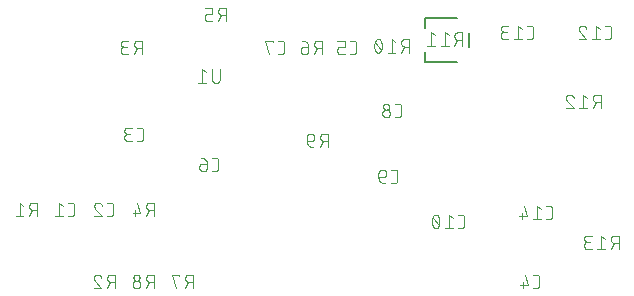
<source format=gbr>
G04 EAGLE Gerber RS-274X export*
G75*
%MOMM*%
%FSLAX34Y34*%
%LPD*%
%INSilkscreen Bottom*%
%IPPOS*%
%AMOC8*
5,1,8,0,0,1.08239X$1,22.5*%
G01*
%ADD10C,0.101600*%
%ADD11C,0.203200*%


D10*
X100979Y122428D02*
X103576Y122428D01*
X103675Y122430D01*
X103775Y122436D01*
X103874Y122445D01*
X103972Y122458D01*
X104070Y122475D01*
X104168Y122496D01*
X104264Y122521D01*
X104359Y122549D01*
X104453Y122581D01*
X104546Y122616D01*
X104638Y122655D01*
X104728Y122698D01*
X104816Y122743D01*
X104903Y122793D01*
X104987Y122845D01*
X105070Y122901D01*
X105150Y122959D01*
X105228Y123021D01*
X105303Y123086D01*
X105376Y123154D01*
X105446Y123224D01*
X105514Y123297D01*
X105579Y123372D01*
X105641Y123450D01*
X105699Y123530D01*
X105755Y123613D01*
X105807Y123697D01*
X105857Y123784D01*
X105902Y123872D01*
X105945Y123962D01*
X105984Y124054D01*
X106019Y124147D01*
X106051Y124241D01*
X106079Y124336D01*
X106104Y124432D01*
X106125Y124530D01*
X106142Y124628D01*
X106155Y124726D01*
X106164Y124825D01*
X106170Y124925D01*
X106172Y125024D01*
X106172Y131516D01*
X106170Y131615D01*
X106164Y131715D01*
X106155Y131814D01*
X106142Y131912D01*
X106125Y132010D01*
X106104Y132108D01*
X106079Y132204D01*
X106051Y132299D01*
X106019Y132393D01*
X105984Y132486D01*
X105945Y132578D01*
X105902Y132668D01*
X105857Y132756D01*
X105807Y132843D01*
X105755Y132927D01*
X105699Y133010D01*
X105641Y133090D01*
X105579Y133168D01*
X105514Y133243D01*
X105446Y133316D01*
X105376Y133386D01*
X105303Y133454D01*
X105228Y133519D01*
X105150Y133581D01*
X105070Y133639D01*
X104987Y133695D01*
X104903Y133747D01*
X104816Y133797D01*
X104728Y133842D01*
X104638Y133885D01*
X104546Y133924D01*
X104453Y133959D01*
X104359Y133991D01*
X104264Y134019D01*
X104168Y134044D01*
X104070Y134065D01*
X103972Y134082D01*
X103874Y134095D01*
X103775Y134104D01*
X103675Y134110D01*
X103576Y134112D01*
X100979Y134112D01*
X96614Y131516D02*
X93368Y134112D01*
X93368Y122428D01*
X90123Y122428D02*
X96614Y122428D01*
X431179Y112268D02*
X433776Y112268D01*
X433875Y112270D01*
X433975Y112276D01*
X434074Y112285D01*
X434172Y112298D01*
X434270Y112315D01*
X434368Y112336D01*
X434464Y112361D01*
X434559Y112389D01*
X434653Y112421D01*
X434746Y112456D01*
X434838Y112495D01*
X434928Y112538D01*
X435016Y112583D01*
X435103Y112633D01*
X435187Y112685D01*
X435270Y112741D01*
X435350Y112799D01*
X435428Y112861D01*
X435503Y112926D01*
X435576Y112994D01*
X435646Y113064D01*
X435714Y113137D01*
X435779Y113212D01*
X435841Y113290D01*
X435899Y113370D01*
X435955Y113453D01*
X436007Y113537D01*
X436057Y113624D01*
X436102Y113712D01*
X436145Y113802D01*
X436184Y113894D01*
X436219Y113987D01*
X436251Y114081D01*
X436279Y114176D01*
X436304Y114272D01*
X436325Y114370D01*
X436342Y114468D01*
X436355Y114566D01*
X436364Y114665D01*
X436370Y114765D01*
X436372Y114864D01*
X436372Y121356D01*
X436370Y121455D01*
X436364Y121555D01*
X436355Y121654D01*
X436342Y121752D01*
X436325Y121850D01*
X436304Y121948D01*
X436279Y122044D01*
X436251Y122139D01*
X436219Y122233D01*
X436184Y122326D01*
X436145Y122418D01*
X436102Y122508D01*
X436057Y122596D01*
X436007Y122683D01*
X435955Y122767D01*
X435899Y122850D01*
X435841Y122930D01*
X435779Y123008D01*
X435714Y123083D01*
X435646Y123156D01*
X435576Y123226D01*
X435503Y123294D01*
X435428Y123359D01*
X435350Y123421D01*
X435270Y123479D01*
X435187Y123535D01*
X435103Y123587D01*
X435016Y123637D01*
X434928Y123682D01*
X434838Y123725D01*
X434746Y123764D01*
X434653Y123799D01*
X434559Y123831D01*
X434464Y123859D01*
X434368Y123884D01*
X434270Y123905D01*
X434172Y123922D01*
X434074Y123935D01*
X433975Y123944D01*
X433875Y123950D01*
X433776Y123952D01*
X431179Y123952D01*
X426814Y121356D02*
X423568Y123952D01*
X423568Y112268D01*
X420323Y112268D02*
X426814Y112268D01*
X415384Y118110D02*
X415381Y118340D01*
X415373Y118570D01*
X415359Y118799D01*
X415340Y119028D01*
X415315Y119257D01*
X415285Y119485D01*
X415250Y119712D01*
X415209Y119938D01*
X415163Y120163D01*
X415111Y120387D01*
X415054Y120610D01*
X414992Y120831D01*
X414924Y121051D01*
X414851Y121269D01*
X414773Y121485D01*
X414690Y121699D01*
X414602Y121912D01*
X414509Y122122D01*
X414410Y122329D01*
X414377Y122419D01*
X414341Y122508D01*
X414301Y122596D01*
X414257Y122681D01*
X414210Y122765D01*
X414160Y122847D01*
X414106Y122927D01*
X414050Y123004D01*
X413990Y123080D01*
X413927Y123153D01*
X413862Y123223D01*
X413793Y123291D01*
X413722Y123355D01*
X413649Y123417D01*
X413573Y123476D01*
X413495Y123532D01*
X413414Y123585D01*
X413332Y123634D01*
X413248Y123680D01*
X413161Y123723D01*
X413074Y123762D01*
X412984Y123798D01*
X412894Y123830D01*
X412802Y123858D01*
X412709Y123883D01*
X412615Y123904D01*
X412521Y123921D01*
X412426Y123935D01*
X412330Y123944D01*
X412234Y123950D01*
X412138Y123952D01*
X412042Y123950D01*
X411946Y123944D01*
X411850Y123935D01*
X411755Y123921D01*
X411661Y123904D01*
X411567Y123883D01*
X411474Y123858D01*
X411382Y123830D01*
X411292Y123798D01*
X411202Y123762D01*
X411115Y123723D01*
X411028Y123680D01*
X410944Y123634D01*
X410862Y123585D01*
X410781Y123532D01*
X410703Y123476D01*
X410627Y123417D01*
X410554Y123355D01*
X410483Y123291D01*
X410414Y123223D01*
X410349Y123153D01*
X410286Y123080D01*
X410226Y123005D01*
X410170Y122927D01*
X410116Y122847D01*
X410066Y122765D01*
X410019Y122681D01*
X409976Y122596D01*
X409935Y122508D01*
X409899Y122419D01*
X409866Y122329D01*
X409867Y122329D02*
X409768Y122121D01*
X409675Y121911D01*
X409587Y121699D01*
X409504Y121485D01*
X409426Y121268D01*
X409353Y121050D01*
X409285Y120831D01*
X409223Y120609D01*
X409166Y120387D01*
X409114Y120163D01*
X409068Y119938D01*
X409027Y119712D01*
X408992Y119484D01*
X408962Y119257D01*
X408937Y119028D01*
X408918Y118799D01*
X408904Y118570D01*
X408896Y118340D01*
X408893Y118110D01*
X415384Y118110D02*
X415381Y117880D01*
X415373Y117650D01*
X415359Y117421D01*
X415340Y117192D01*
X415315Y116963D01*
X415285Y116735D01*
X415250Y116508D01*
X415209Y116282D01*
X415163Y116057D01*
X415111Y115833D01*
X415054Y115610D01*
X414992Y115389D01*
X414924Y115169D01*
X414851Y114951D01*
X414773Y114735D01*
X414690Y114521D01*
X414602Y114309D01*
X414509Y114098D01*
X414410Y113891D01*
X414377Y113801D01*
X414341Y113712D01*
X414300Y113624D01*
X414257Y113539D01*
X414210Y113455D01*
X414160Y113373D01*
X414106Y113293D01*
X414050Y113216D01*
X413990Y113140D01*
X413927Y113067D01*
X413862Y112997D01*
X413793Y112929D01*
X413722Y112865D01*
X413649Y112803D01*
X413573Y112744D01*
X413495Y112688D01*
X413414Y112635D01*
X413332Y112586D01*
X413248Y112540D01*
X413161Y112497D01*
X413074Y112458D01*
X412984Y112422D01*
X412894Y112390D01*
X412802Y112362D01*
X412709Y112337D01*
X412615Y112316D01*
X412521Y112299D01*
X412426Y112285D01*
X412330Y112276D01*
X412234Y112270D01*
X412138Y112268D01*
X409866Y113891D02*
X409767Y114098D01*
X409674Y114309D01*
X409586Y114521D01*
X409503Y114735D01*
X409425Y114951D01*
X409352Y115169D01*
X409284Y115389D01*
X409222Y115610D01*
X409165Y115833D01*
X409113Y116057D01*
X409067Y116282D01*
X409026Y116508D01*
X408991Y116735D01*
X408961Y116963D01*
X408936Y117192D01*
X408917Y117421D01*
X408903Y117650D01*
X408895Y117880D01*
X408892Y118110D01*
X409866Y113891D02*
X409899Y113801D01*
X409935Y113712D01*
X409976Y113624D01*
X410019Y113539D01*
X410066Y113455D01*
X410116Y113373D01*
X410170Y113293D01*
X410226Y113215D01*
X410286Y113140D01*
X410349Y113067D01*
X410414Y112997D01*
X410483Y112929D01*
X410554Y112865D01*
X410627Y112803D01*
X410703Y112744D01*
X410781Y112688D01*
X410862Y112635D01*
X410944Y112586D01*
X411028Y112540D01*
X411115Y112497D01*
X411202Y112458D01*
X411292Y112422D01*
X411382Y112390D01*
X411474Y112362D01*
X411567Y112337D01*
X411661Y112316D01*
X411755Y112299D01*
X411850Y112285D01*
X411946Y112276D01*
X412042Y112270D01*
X412138Y112268D01*
X414735Y114864D02*
X409542Y121356D01*
X555639Y272288D02*
X558236Y272288D01*
X558335Y272290D01*
X558435Y272296D01*
X558534Y272305D01*
X558632Y272318D01*
X558730Y272335D01*
X558828Y272356D01*
X558924Y272381D01*
X559019Y272409D01*
X559113Y272441D01*
X559206Y272476D01*
X559298Y272515D01*
X559388Y272558D01*
X559476Y272603D01*
X559563Y272653D01*
X559647Y272705D01*
X559730Y272761D01*
X559810Y272819D01*
X559888Y272881D01*
X559963Y272946D01*
X560036Y273014D01*
X560106Y273084D01*
X560174Y273157D01*
X560239Y273232D01*
X560301Y273310D01*
X560359Y273390D01*
X560415Y273473D01*
X560467Y273557D01*
X560517Y273644D01*
X560562Y273732D01*
X560605Y273822D01*
X560644Y273914D01*
X560679Y274007D01*
X560711Y274101D01*
X560739Y274196D01*
X560764Y274292D01*
X560785Y274390D01*
X560802Y274488D01*
X560815Y274586D01*
X560824Y274685D01*
X560830Y274785D01*
X560832Y274884D01*
X560832Y281376D01*
X560830Y281475D01*
X560824Y281575D01*
X560815Y281674D01*
X560802Y281772D01*
X560785Y281870D01*
X560764Y281968D01*
X560739Y282064D01*
X560711Y282159D01*
X560679Y282253D01*
X560644Y282346D01*
X560605Y282438D01*
X560562Y282528D01*
X560517Y282616D01*
X560467Y282703D01*
X560415Y282787D01*
X560359Y282870D01*
X560301Y282950D01*
X560239Y283028D01*
X560174Y283103D01*
X560106Y283176D01*
X560036Y283246D01*
X559963Y283314D01*
X559888Y283379D01*
X559810Y283441D01*
X559730Y283499D01*
X559647Y283555D01*
X559563Y283607D01*
X559476Y283657D01*
X559388Y283702D01*
X559298Y283745D01*
X559206Y283784D01*
X559113Y283819D01*
X559019Y283851D01*
X558924Y283879D01*
X558828Y283904D01*
X558730Y283925D01*
X558632Y283942D01*
X558534Y283955D01*
X558435Y283964D01*
X558335Y283970D01*
X558236Y283972D01*
X555639Y283972D01*
X551274Y281376D02*
X548028Y283972D01*
X548028Y272288D01*
X544783Y272288D02*
X551274Y272288D01*
X536274Y283972D02*
X536167Y283970D01*
X536061Y283964D01*
X535955Y283954D01*
X535849Y283941D01*
X535743Y283923D01*
X535639Y283902D01*
X535535Y283877D01*
X535432Y283848D01*
X535331Y283816D01*
X535231Y283779D01*
X535132Y283739D01*
X535034Y283696D01*
X534938Y283649D01*
X534844Y283598D01*
X534752Y283544D01*
X534662Y283487D01*
X534574Y283427D01*
X534489Y283363D01*
X534406Y283296D01*
X534325Y283226D01*
X534247Y283154D01*
X534171Y283078D01*
X534099Y283000D01*
X534029Y282919D01*
X533962Y282836D01*
X533898Y282751D01*
X533838Y282663D01*
X533781Y282573D01*
X533727Y282481D01*
X533676Y282387D01*
X533629Y282291D01*
X533586Y282193D01*
X533546Y282094D01*
X533509Y281994D01*
X533477Y281893D01*
X533448Y281790D01*
X533423Y281686D01*
X533402Y281582D01*
X533384Y281476D01*
X533371Y281370D01*
X533361Y281264D01*
X533355Y281158D01*
X533353Y281051D01*
X536274Y283972D02*
X536395Y283970D01*
X536516Y283964D01*
X536636Y283954D01*
X536757Y283941D01*
X536876Y283923D01*
X536996Y283902D01*
X537114Y283877D01*
X537231Y283848D01*
X537348Y283815D01*
X537463Y283779D01*
X537577Y283738D01*
X537690Y283695D01*
X537802Y283647D01*
X537911Y283596D01*
X538019Y283541D01*
X538126Y283483D01*
X538230Y283422D01*
X538332Y283357D01*
X538432Y283289D01*
X538530Y283218D01*
X538626Y283144D01*
X538719Y283067D01*
X538809Y282986D01*
X538897Y282903D01*
X538982Y282817D01*
X539065Y282728D01*
X539144Y282637D01*
X539221Y282543D01*
X539294Y282447D01*
X539364Y282349D01*
X539431Y282248D01*
X539495Y282145D01*
X539556Y282040D01*
X539613Y281933D01*
X539666Y281825D01*
X539716Y281715D01*
X539762Y281603D01*
X539805Y281490D01*
X539844Y281375D01*
X534327Y278779D02*
X534248Y278857D01*
X534172Y278937D01*
X534099Y279020D01*
X534029Y279106D01*
X533962Y279193D01*
X533898Y279284D01*
X533838Y279376D01*
X533780Y279470D01*
X533726Y279567D01*
X533676Y279665D01*
X533629Y279765D01*
X533585Y279866D01*
X533545Y279969D01*
X533509Y280074D01*
X533477Y280179D01*
X533448Y280286D01*
X533423Y280393D01*
X533401Y280502D01*
X533384Y280611D01*
X533370Y280720D01*
X533361Y280830D01*
X533355Y280941D01*
X533353Y281051D01*
X534326Y278779D02*
X539844Y272288D01*
X533353Y272288D01*
X492196Y272288D02*
X489599Y272288D01*
X492196Y272288D02*
X492295Y272290D01*
X492395Y272296D01*
X492494Y272305D01*
X492592Y272318D01*
X492690Y272335D01*
X492788Y272356D01*
X492884Y272381D01*
X492979Y272409D01*
X493073Y272441D01*
X493166Y272476D01*
X493258Y272515D01*
X493348Y272558D01*
X493436Y272603D01*
X493523Y272653D01*
X493607Y272705D01*
X493690Y272761D01*
X493770Y272819D01*
X493848Y272881D01*
X493923Y272946D01*
X493996Y273014D01*
X494066Y273084D01*
X494134Y273157D01*
X494199Y273232D01*
X494261Y273310D01*
X494319Y273390D01*
X494375Y273473D01*
X494427Y273557D01*
X494477Y273644D01*
X494522Y273732D01*
X494565Y273822D01*
X494604Y273914D01*
X494639Y274007D01*
X494671Y274101D01*
X494699Y274196D01*
X494724Y274292D01*
X494745Y274390D01*
X494762Y274488D01*
X494775Y274586D01*
X494784Y274685D01*
X494790Y274785D01*
X494792Y274884D01*
X494792Y281376D01*
X494790Y281475D01*
X494784Y281575D01*
X494775Y281674D01*
X494762Y281772D01*
X494745Y281870D01*
X494724Y281968D01*
X494699Y282064D01*
X494671Y282159D01*
X494639Y282253D01*
X494604Y282346D01*
X494565Y282438D01*
X494522Y282528D01*
X494477Y282616D01*
X494427Y282703D01*
X494375Y282787D01*
X494319Y282870D01*
X494261Y282950D01*
X494199Y283028D01*
X494134Y283103D01*
X494066Y283176D01*
X493996Y283246D01*
X493923Y283314D01*
X493848Y283379D01*
X493770Y283441D01*
X493690Y283499D01*
X493607Y283555D01*
X493523Y283607D01*
X493436Y283657D01*
X493348Y283702D01*
X493258Y283745D01*
X493166Y283784D01*
X493073Y283819D01*
X492979Y283851D01*
X492884Y283879D01*
X492788Y283904D01*
X492690Y283925D01*
X492592Y283942D01*
X492494Y283955D01*
X492395Y283964D01*
X492295Y283970D01*
X492196Y283972D01*
X489599Y283972D01*
X485234Y281376D02*
X481988Y283972D01*
X481988Y272288D01*
X478743Y272288D02*
X485234Y272288D01*
X473804Y272288D02*
X470558Y272288D01*
X470445Y272290D01*
X470332Y272296D01*
X470219Y272306D01*
X470106Y272320D01*
X469994Y272337D01*
X469883Y272359D01*
X469773Y272384D01*
X469663Y272414D01*
X469555Y272447D01*
X469448Y272484D01*
X469342Y272524D01*
X469238Y272569D01*
X469135Y272617D01*
X469034Y272668D01*
X468935Y272723D01*
X468838Y272781D01*
X468743Y272843D01*
X468650Y272908D01*
X468560Y272976D01*
X468472Y273047D01*
X468386Y273122D01*
X468303Y273199D01*
X468223Y273279D01*
X468146Y273362D01*
X468071Y273448D01*
X468000Y273536D01*
X467932Y273626D01*
X467867Y273719D01*
X467805Y273814D01*
X467747Y273911D01*
X467692Y274010D01*
X467641Y274111D01*
X467593Y274214D01*
X467548Y274318D01*
X467508Y274424D01*
X467471Y274531D01*
X467438Y274639D01*
X467408Y274749D01*
X467383Y274859D01*
X467361Y274970D01*
X467344Y275082D01*
X467330Y275195D01*
X467320Y275308D01*
X467314Y275421D01*
X467312Y275534D01*
X467314Y275647D01*
X467320Y275760D01*
X467330Y275873D01*
X467344Y275986D01*
X467361Y276098D01*
X467383Y276209D01*
X467408Y276319D01*
X467438Y276429D01*
X467471Y276537D01*
X467508Y276644D01*
X467548Y276750D01*
X467593Y276854D01*
X467641Y276957D01*
X467692Y277058D01*
X467747Y277157D01*
X467805Y277254D01*
X467867Y277349D01*
X467932Y277442D01*
X468000Y277532D01*
X468071Y277620D01*
X468146Y277706D01*
X468223Y277789D01*
X468303Y277869D01*
X468386Y277946D01*
X468472Y278021D01*
X468560Y278092D01*
X468650Y278160D01*
X468743Y278225D01*
X468838Y278287D01*
X468935Y278345D01*
X469034Y278400D01*
X469135Y278451D01*
X469238Y278499D01*
X469342Y278544D01*
X469448Y278584D01*
X469555Y278621D01*
X469663Y278654D01*
X469773Y278684D01*
X469883Y278709D01*
X469994Y278731D01*
X470106Y278748D01*
X470219Y278762D01*
X470332Y278772D01*
X470445Y278778D01*
X470558Y278780D01*
X469909Y283972D02*
X473804Y283972D01*
X469909Y283972D02*
X469808Y283970D01*
X469708Y283964D01*
X469608Y283954D01*
X469508Y283941D01*
X469409Y283923D01*
X469310Y283902D01*
X469213Y283877D01*
X469116Y283848D01*
X469021Y283815D01*
X468927Y283779D01*
X468835Y283739D01*
X468744Y283696D01*
X468655Y283649D01*
X468568Y283599D01*
X468482Y283545D01*
X468399Y283488D01*
X468319Y283428D01*
X468240Y283365D01*
X468164Y283298D01*
X468091Y283229D01*
X468021Y283157D01*
X467953Y283083D01*
X467888Y283006D01*
X467827Y282926D01*
X467768Y282844D01*
X467713Y282760D01*
X467661Y282674D01*
X467612Y282586D01*
X467567Y282496D01*
X467525Y282404D01*
X467487Y282311D01*
X467453Y282216D01*
X467422Y282121D01*
X467395Y282024D01*
X467372Y281926D01*
X467352Y281827D01*
X467337Y281727D01*
X467325Y281627D01*
X467317Y281527D01*
X467313Y281426D01*
X467313Y281326D01*
X467317Y281225D01*
X467325Y281125D01*
X467337Y281025D01*
X467352Y280925D01*
X467372Y280826D01*
X467395Y280728D01*
X467422Y280631D01*
X467453Y280536D01*
X467487Y280441D01*
X467525Y280348D01*
X467567Y280256D01*
X467612Y280166D01*
X467661Y280078D01*
X467713Y279992D01*
X467768Y279908D01*
X467827Y279826D01*
X467888Y279746D01*
X467953Y279669D01*
X468021Y279595D01*
X468091Y279523D01*
X468164Y279454D01*
X468240Y279387D01*
X468319Y279324D01*
X468399Y279264D01*
X468482Y279207D01*
X468568Y279153D01*
X468655Y279103D01*
X468744Y279056D01*
X468835Y279013D01*
X468927Y278973D01*
X469021Y278937D01*
X469116Y278904D01*
X469213Y278875D01*
X469310Y278850D01*
X469409Y278829D01*
X469508Y278811D01*
X469608Y278798D01*
X469708Y278788D01*
X469808Y278782D01*
X469909Y278780D01*
X469909Y278779D02*
X472506Y278779D01*
X505394Y119888D02*
X507991Y119888D01*
X508090Y119890D01*
X508190Y119896D01*
X508289Y119905D01*
X508387Y119918D01*
X508485Y119935D01*
X508583Y119956D01*
X508679Y119981D01*
X508774Y120009D01*
X508868Y120041D01*
X508961Y120076D01*
X509053Y120115D01*
X509143Y120158D01*
X509231Y120203D01*
X509318Y120253D01*
X509402Y120305D01*
X509485Y120361D01*
X509565Y120419D01*
X509643Y120481D01*
X509718Y120546D01*
X509791Y120614D01*
X509861Y120684D01*
X509929Y120757D01*
X509994Y120832D01*
X510056Y120910D01*
X510114Y120990D01*
X510170Y121073D01*
X510222Y121157D01*
X510272Y121244D01*
X510317Y121332D01*
X510360Y121422D01*
X510399Y121514D01*
X510434Y121607D01*
X510466Y121701D01*
X510494Y121796D01*
X510519Y121892D01*
X510540Y121990D01*
X510557Y122088D01*
X510570Y122186D01*
X510579Y122285D01*
X510585Y122385D01*
X510587Y122484D01*
X510587Y128976D01*
X510585Y129075D01*
X510579Y129175D01*
X510570Y129274D01*
X510557Y129372D01*
X510540Y129470D01*
X510519Y129568D01*
X510494Y129664D01*
X510466Y129759D01*
X510434Y129853D01*
X510399Y129946D01*
X510360Y130038D01*
X510317Y130128D01*
X510272Y130216D01*
X510222Y130303D01*
X510170Y130387D01*
X510114Y130470D01*
X510056Y130550D01*
X509994Y130628D01*
X509929Y130703D01*
X509861Y130776D01*
X509791Y130846D01*
X509718Y130914D01*
X509643Y130979D01*
X509565Y131041D01*
X509485Y131099D01*
X509402Y131155D01*
X509318Y131207D01*
X509231Y131257D01*
X509143Y131302D01*
X509053Y131345D01*
X508961Y131384D01*
X508868Y131419D01*
X508774Y131451D01*
X508679Y131479D01*
X508583Y131504D01*
X508485Y131525D01*
X508387Y131542D01*
X508289Y131555D01*
X508190Y131564D01*
X508090Y131570D01*
X507991Y131572D01*
X505394Y131572D01*
X501029Y128976D02*
X497784Y131572D01*
X497784Y119888D01*
X501029Y119888D02*
X494538Y119888D01*
X489599Y122484D02*
X487003Y131572D01*
X489599Y122484D02*
X483108Y122484D01*
X485055Y125081D02*
X485055Y119888D01*
X136596Y122428D02*
X133999Y122428D01*
X136596Y122428D02*
X136695Y122430D01*
X136795Y122436D01*
X136894Y122445D01*
X136992Y122458D01*
X137090Y122475D01*
X137188Y122496D01*
X137284Y122521D01*
X137379Y122549D01*
X137473Y122581D01*
X137566Y122616D01*
X137658Y122655D01*
X137748Y122698D01*
X137836Y122743D01*
X137923Y122793D01*
X138007Y122845D01*
X138090Y122901D01*
X138170Y122959D01*
X138248Y123021D01*
X138323Y123086D01*
X138396Y123154D01*
X138466Y123224D01*
X138534Y123297D01*
X138599Y123372D01*
X138661Y123450D01*
X138719Y123530D01*
X138775Y123613D01*
X138827Y123697D01*
X138877Y123784D01*
X138922Y123872D01*
X138965Y123962D01*
X139004Y124054D01*
X139039Y124147D01*
X139071Y124241D01*
X139099Y124336D01*
X139124Y124432D01*
X139145Y124530D01*
X139162Y124628D01*
X139175Y124726D01*
X139184Y124825D01*
X139190Y124925D01*
X139192Y125024D01*
X139192Y131516D01*
X139190Y131615D01*
X139184Y131715D01*
X139175Y131814D01*
X139162Y131912D01*
X139145Y132010D01*
X139124Y132108D01*
X139099Y132204D01*
X139071Y132299D01*
X139039Y132393D01*
X139004Y132486D01*
X138965Y132578D01*
X138922Y132668D01*
X138877Y132756D01*
X138827Y132843D01*
X138775Y132927D01*
X138719Y133010D01*
X138661Y133090D01*
X138599Y133168D01*
X138534Y133243D01*
X138466Y133316D01*
X138396Y133386D01*
X138323Y133454D01*
X138248Y133519D01*
X138170Y133581D01*
X138090Y133639D01*
X138007Y133695D01*
X137923Y133747D01*
X137836Y133797D01*
X137748Y133842D01*
X137658Y133885D01*
X137566Y133924D01*
X137473Y133959D01*
X137379Y133991D01*
X137284Y134019D01*
X137188Y134044D01*
X137090Y134065D01*
X136992Y134082D01*
X136894Y134095D01*
X136795Y134104D01*
X136695Y134110D01*
X136596Y134112D01*
X133999Y134112D01*
X126064Y134112D02*
X125957Y134110D01*
X125851Y134104D01*
X125745Y134094D01*
X125639Y134081D01*
X125533Y134063D01*
X125429Y134042D01*
X125325Y134017D01*
X125222Y133988D01*
X125121Y133956D01*
X125021Y133919D01*
X124922Y133879D01*
X124824Y133836D01*
X124728Y133789D01*
X124634Y133738D01*
X124542Y133684D01*
X124452Y133627D01*
X124364Y133567D01*
X124279Y133503D01*
X124196Y133436D01*
X124115Y133366D01*
X124037Y133294D01*
X123961Y133218D01*
X123889Y133140D01*
X123819Y133059D01*
X123752Y132976D01*
X123688Y132891D01*
X123628Y132803D01*
X123571Y132713D01*
X123517Y132621D01*
X123466Y132527D01*
X123419Y132431D01*
X123376Y132333D01*
X123336Y132234D01*
X123299Y132134D01*
X123267Y132033D01*
X123238Y131930D01*
X123213Y131826D01*
X123192Y131722D01*
X123174Y131616D01*
X123161Y131510D01*
X123151Y131404D01*
X123145Y131298D01*
X123143Y131191D01*
X126064Y134112D02*
X126185Y134110D01*
X126306Y134104D01*
X126426Y134094D01*
X126547Y134081D01*
X126666Y134063D01*
X126786Y134042D01*
X126904Y134017D01*
X127021Y133988D01*
X127138Y133955D01*
X127253Y133919D01*
X127367Y133878D01*
X127480Y133835D01*
X127592Y133787D01*
X127701Y133736D01*
X127809Y133681D01*
X127916Y133623D01*
X128020Y133562D01*
X128122Y133497D01*
X128222Y133429D01*
X128320Y133358D01*
X128416Y133284D01*
X128509Y133207D01*
X128599Y133126D01*
X128687Y133043D01*
X128772Y132957D01*
X128855Y132868D01*
X128934Y132777D01*
X129011Y132683D01*
X129084Y132587D01*
X129154Y132489D01*
X129221Y132388D01*
X129285Y132285D01*
X129346Y132180D01*
X129403Y132073D01*
X129456Y131965D01*
X129506Y131855D01*
X129552Y131743D01*
X129595Y131630D01*
X129634Y131515D01*
X124117Y128919D02*
X124038Y128997D01*
X123962Y129077D01*
X123889Y129160D01*
X123819Y129246D01*
X123752Y129333D01*
X123688Y129424D01*
X123628Y129516D01*
X123570Y129610D01*
X123516Y129707D01*
X123466Y129805D01*
X123419Y129905D01*
X123375Y130006D01*
X123335Y130109D01*
X123299Y130214D01*
X123267Y130319D01*
X123238Y130426D01*
X123213Y130533D01*
X123191Y130642D01*
X123174Y130751D01*
X123160Y130860D01*
X123151Y130970D01*
X123145Y131081D01*
X123143Y131191D01*
X124116Y128919D02*
X129634Y122428D01*
X123143Y122428D01*
X159399Y185928D02*
X161996Y185928D01*
X162095Y185930D01*
X162195Y185936D01*
X162294Y185945D01*
X162392Y185958D01*
X162490Y185975D01*
X162588Y185996D01*
X162684Y186021D01*
X162779Y186049D01*
X162873Y186081D01*
X162966Y186116D01*
X163058Y186155D01*
X163148Y186198D01*
X163236Y186243D01*
X163323Y186293D01*
X163407Y186345D01*
X163490Y186401D01*
X163570Y186459D01*
X163648Y186521D01*
X163723Y186586D01*
X163796Y186654D01*
X163866Y186724D01*
X163934Y186797D01*
X163999Y186872D01*
X164061Y186950D01*
X164119Y187030D01*
X164175Y187113D01*
X164227Y187197D01*
X164277Y187284D01*
X164322Y187372D01*
X164365Y187462D01*
X164404Y187554D01*
X164439Y187647D01*
X164471Y187741D01*
X164499Y187836D01*
X164524Y187932D01*
X164545Y188030D01*
X164562Y188128D01*
X164575Y188226D01*
X164584Y188325D01*
X164590Y188425D01*
X164592Y188524D01*
X164592Y195016D01*
X164590Y195115D01*
X164584Y195215D01*
X164575Y195314D01*
X164562Y195412D01*
X164545Y195510D01*
X164524Y195608D01*
X164499Y195704D01*
X164471Y195799D01*
X164439Y195893D01*
X164404Y195986D01*
X164365Y196078D01*
X164322Y196168D01*
X164277Y196256D01*
X164227Y196343D01*
X164175Y196427D01*
X164119Y196510D01*
X164061Y196590D01*
X163999Y196668D01*
X163934Y196743D01*
X163866Y196816D01*
X163796Y196886D01*
X163723Y196954D01*
X163648Y197019D01*
X163570Y197081D01*
X163490Y197139D01*
X163407Y197195D01*
X163323Y197247D01*
X163236Y197297D01*
X163148Y197342D01*
X163058Y197385D01*
X162966Y197424D01*
X162873Y197459D01*
X162779Y197491D01*
X162684Y197519D01*
X162588Y197544D01*
X162490Y197565D01*
X162392Y197582D01*
X162294Y197595D01*
X162195Y197604D01*
X162095Y197610D01*
X161996Y197612D01*
X159399Y197612D01*
X155034Y185928D02*
X151788Y185928D01*
X151675Y185930D01*
X151562Y185936D01*
X151449Y185946D01*
X151336Y185960D01*
X151224Y185977D01*
X151113Y185999D01*
X151003Y186024D01*
X150893Y186054D01*
X150785Y186087D01*
X150678Y186124D01*
X150572Y186164D01*
X150468Y186209D01*
X150365Y186257D01*
X150264Y186308D01*
X150165Y186363D01*
X150068Y186421D01*
X149973Y186483D01*
X149880Y186548D01*
X149790Y186616D01*
X149702Y186687D01*
X149616Y186762D01*
X149533Y186839D01*
X149453Y186919D01*
X149376Y187002D01*
X149301Y187088D01*
X149230Y187176D01*
X149162Y187266D01*
X149097Y187359D01*
X149035Y187454D01*
X148977Y187551D01*
X148922Y187650D01*
X148871Y187751D01*
X148823Y187854D01*
X148778Y187958D01*
X148738Y188064D01*
X148701Y188171D01*
X148668Y188279D01*
X148638Y188389D01*
X148613Y188499D01*
X148591Y188610D01*
X148574Y188722D01*
X148560Y188835D01*
X148550Y188948D01*
X148544Y189061D01*
X148542Y189174D01*
X148544Y189287D01*
X148550Y189400D01*
X148560Y189513D01*
X148574Y189626D01*
X148591Y189738D01*
X148613Y189849D01*
X148638Y189959D01*
X148668Y190069D01*
X148701Y190177D01*
X148738Y190284D01*
X148778Y190390D01*
X148823Y190494D01*
X148871Y190597D01*
X148922Y190698D01*
X148977Y190797D01*
X149035Y190894D01*
X149097Y190989D01*
X149162Y191082D01*
X149230Y191172D01*
X149301Y191260D01*
X149376Y191346D01*
X149453Y191429D01*
X149533Y191509D01*
X149616Y191586D01*
X149702Y191661D01*
X149790Y191732D01*
X149880Y191800D01*
X149973Y191865D01*
X150068Y191927D01*
X150165Y191985D01*
X150264Y192040D01*
X150365Y192091D01*
X150468Y192139D01*
X150572Y192184D01*
X150678Y192224D01*
X150785Y192261D01*
X150893Y192294D01*
X151003Y192324D01*
X151113Y192349D01*
X151224Y192371D01*
X151336Y192388D01*
X151449Y192402D01*
X151562Y192412D01*
X151675Y192418D01*
X151788Y192420D01*
X151139Y197612D02*
X155034Y197612D01*
X151139Y197612D02*
X151038Y197610D01*
X150938Y197604D01*
X150838Y197594D01*
X150738Y197581D01*
X150639Y197563D01*
X150540Y197542D01*
X150443Y197517D01*
X150346Y197488D01*
X150251Y197455D01*
X150157Y197419D01*
X150065Y197379D01*
X149974Y197336D01*
X149885Y197289D01*
X149798Y197239D01*
X149712Y197185D01*
X149629Y197128D01*
X149549Y197068D01*
X149470Y197005D01*
X149394Y196938D01*
X149321Y196869D01*
X149251Y196797D01*
X149183Y196723D01*
X149118Y196646D01*
X149057Y196566D01*
X148998Y196484D01*
X148943Y196400D01*
X148891Y196314D01*
X148842Y196226D01*
X148797Y196136D01*
X148755Y196044D01*
X148717Y195951D01*
X148683Y195856D01*
X148652Y195761D01*
X148625Y195664D01*
X148602Y195566D01*
X148582Y195467D01*
X148567Y195367D01*
X148555Y195267D01*
X148547Y195167D01*
X148543Y195066D01*
X148543Y194966D01*
X148547Y194865D01*
X148555Y194765D01*
X148567Y194665D01*
X148582Y194565D01*
X148602Y194466D01*
X148625Y194368D01*
X148652Y194271D01*
X148683Y194176D01*
X148717Y194081D01*
X148755Y193988D01*
X148797Y193896D01*
X148842Y193806D01*
X148891Y193718D01*
X148943Y193632D01*
X148998Y193548D01*
X149057Y193466D01*
X149118Y193386D01*
X149183Y193309D01*
X149251Y193235D01*
X149321Y193163D01*
X149394Y193094D01*
X149470Y193027D01*
X149549Y192964D01*
X149629Y192904D01*
X149712Y192847D01*
X149798Y192793D01*
X149885Y192743D01*
X149974Y192696D01*
X150065Y192653D01*
X150157Y192613D01*
X150251Y192577D01*
X150346Y192544D01*
X150443Y192515D01*
X150540Y192490D01*
X150639Y192469D01*
X150738Y192451D01*
X150838Y192438D01*
X150938Y192428D01*
X151038Y192422D01*
X151139Y192420D01*
X151139Y192419D02*
X153736Y192419D01*
X494679Y61468D02*
X497276Y61468D01*
X497375Y61470D01*
X497475Y61476D01*
X497574Y61485D01*
X497672Y61498D01*
X497770Y61515D01*
X497868Y61536D01*
X497964Y61561D01*
X498059Y61589D01*
X498153Y61621D01*
X498246Y61656D01*
X498338Y61695D01*
X498428Y61738D01*
X498516Y61783D01*
X498603Y61833D01*
X498687Y61885D01*
X498770Y61941D01*
X498850Y61999D01*
X498928Y62061D01*
X499003Y62126D01*
X499076Y62194D01*
X499146Y62264D01*
X499214Y62337D01*
X499279Y62412D01*
X499341Y62490D01*
X499399Y62570D01*
X499455Y62653D01*
X499507Y62737D01*
X499557Y62824D01*
X499602Y62912D01*
X499645Y63002D01*
X499684Y63094D01*
X499719Y63187D01*
X499751Y63281D01*
X499779Y63376D01*
X499804Y63472D01*
X499825Y63570D01*
X499842Y63668D01*
X499855Y63766D01*
X499864Y63865D01*
X499870Y63965D01*
X499872Y64064D01*
X499872Y70556D01*
X499870Y70655D01*
X499864Y70755D01*
X499855Y70854D01*
X499842Y70952D01*
X499825Y71050D01*
X499804Y71148D01*
X499779Y71244D01*
X499751Y71339D01*
X499719Y71433D01*
X499684Y71526D01*
X499645Y71618D01*
X499602Y71708D01*
X499557Y71796D01*
X499507Y71883D01*
X499455Y71967D01*
X499399Y72050D01*
X499341Y72130D01*
X499279Y72208D01*
X499214Y72283D01*
X499146Y72356D01*
X499076Y72426D01*
X499003Y72494D01*
X498928Y72559D01*
X498850Y72621D01*
X498770Y72679D01*
X498687Y72735D01*
X498603Y72787D01*
X498516Y72837D01*
X498428Y72882D01*
X498338Y72925D01*
X498246Y72964D01*
X498153Y72999D01*
X498059Y73031D01*
X497964Y73059D01*
X497868Y73084D01*
X497770Y73105D01*
X497672Y73122D01*
X497574Y73135D01*
X497475Y73144D01*
X497375Y73150D01*
X497276Y73152D01*
X494679Y73152D01*
X487717Y73152D02*
X490314Y64064D01*
X483823Y64064D01*
X485770Y66661D02*
X485770Y61468D01*
X342336Y259588D02*
X339739Y259588D01*
X342336Y259588D02*
X342435Y259590D01*
X342535Y259596D01*
X342634Y259605D01*
X342732Y259618D01*
X342830Y259635D01*
X342928Y259656D01*
X343024Y259681D01*
X343119Y259709D01*
X343213Y259741D01*
X343306Y259776D01*
X343398Y259815D01*
X343488Y259858D01*
X343576Y259903D01*
X343663Y259953D01*
X343747Y260005D01*
X343830Y260061D01*
X343910Y260119D01*
X343988Y260181D01*
X344063Y260246D01*
X344136Y260314D01*
X344206Y260384D01*
X344274Y260457D01*
X344339Y260532D01*
X344401Y260610D01*
X344459Y260690D01*
X344515Y260773D01*
X344567Y260857D01*
X344617Y260944D01*
X344662Y261032D01*
X344705Y261122D01*
X344744Y261214D01*
X344779Y261307D01*
X344811Y261401D01*
X344839Y261496D01*
X344864Y261592D01*
X344885Y261690D01*
X344902Y261788D01*
X344915Y261886D01*
X344924Y261985D01*
X344930Y262085D01*
X344932Y262184D01*
X344932Y268676D01*
X344930Y268775D01*
X344924Y268875D01*
X344915Y268974D01*
X344902Y269072D01*
X344885Y269170D01*
X344864Y269268D01*
X344839Y269364D01*
X344811Y269459D01*
X344779Y269553D01*
X344744Y269646D01*
X344705Y269738D01*
X344662Y269828D01*
X344617Y269916D01*
X344567Y270003D01*
X344515Y270087D01*
X344459Y270170D01*
X344401Y270250D01*
X344339Y270328D01*
X344274Y270403D01*
X344206Y270476D01*
X344136Y270546D01*
X344063Y270614D01*
X343988Y270679D01*
X343910Y270741D01*
X343830Y270799D01*
X343747Y270855D01*
X343663Y270907D01*
X343576Y270957D01*
X343488Y271002D01*
X343398Y271045D01*
X343306Y271084D01*
X343213Y271119D01*
X343119Y271151D01*
X343024Y271179D01*
X342928Y271204D01*
X342830Y271225D01*
X342732Y271242D01*
X342634Y271255D01*
X342535Y271264D01*
X342435Y271270D01*
X342336Y271272D01*
X339739Y271272D01*
X335374Y259588D02*
X331479Y259588D01*
X331380Y259590D01*
X331280Y259596D01*
X331181Y259605D01*
X331083Y259618D01*
X330985Y259635D01*
X330887Y259656D01*
X330791Y259681D01*
X330696Y259709D01*
X330602Y259741D01*
X330509Y259776D01*
X330417Y259815D01*
X330327Y259858D01*
X330239Y259903D01*
X330152Y259953D01*
X330068Y260005D01*
X329985Y260061D01*
X329905Y260119D01*
X329827Y260181D01*
X329752Y260246D01*
X329679Y260314D01*
X329609Y260384D01*
X329541Y260457D01*
X329476Y260532D01*
X329414Y260610D01*
X329356Y260690D01*
X329300Y260773D01*
X329248Y260857D01*
X329198Y260944D01*
X329153Y261032D01*
X329110Y261122D01*
X329071Y261214D01*
X329036Y261307D01*
X329004Y261401D01*
X328976Y261496D01*
X328951Y261592D01*
X328930Y261690D01*
X328913Y261788D01*
X328900Y261886D01*
X328891Y261985D01*
X328885Y262085D01*
X328883Y262184D01*
X328883Y263483D01*
X328885Y263582D01*
X328891Y263682D01*
X328900Y263781D01*
X328913Y263879D01*
X328930Y263977D01*
X328951Y264075D01*
X328976Y264171D01*
X329004Y264266D01*
X329036Y264360D01*
X329071Y264453D01*
X329110Y264545D01*
X329153Y264635D01*
X329198Y264723D01*
X329248Y264810D01*
X329300Y264894D01*
X329356Y264977D01*
X329414Y265057D01*
X329476Y265135D01*
X329541Y265210D01*
X329609Y265283D01*
X329679Y265353D01*
X329752Y265421D01*
X329827Y265486D01*
X329905Y265548D01*
X329985Y265606D01*
X330068Y265662D01*
X330152Y265714D01*
X330239Y265764D01*
X330327Y265809D01*
X330417Y265852D01*
X330509Y265891D01*
X330602Y265926D01*
X330696Y265958D01*
X330791Y265986D01*
X330887Y266011D01*
X330985Y266032D01*
X331083Y266049D01*
X331181Y266062D01*
X331280Y266071D01*
X331380Y266077D01*
X331479Y266079D01*
X335374Y266079D01*
X335374Y271272D01*
X328883Y271272D01*
X225496Y160528D02*
X222899Y160528D01*
X225496Y160528D02*
X225595Y160530D01*
X225695Y160536D01*
X225794Y160545D01*
X225892Y160558D01*
X225990Y160575D01*
X226088Y160596D01*
X226184Y160621D01*
X226279Y160649D01*
X226373Y160681D01*
X226466Y160716D01*
X226558Y160755D01*
X226648Y160798D01*
X226736Y160843D01*
X226823Y160893D01*
X226907Y160945D01*
X226990Y161001D01*
X227070Y161059D01*
X227148Y161121D01*
X227223Y161186D01*
X227296Y161254D01*
X227366Y161324D01*
X227434Y161397D01*
X227499Y161472D01*
X227561Y161550D01*
X227619Y161630D01*
X227675Y161713D01*
X227727Y161797D01*
X227777Y161884D01*
X227822Y161972D01*
X227865Y162062D01*
X227904Y162154D01*
X227939Y162247D01*
X227971Y162341D01*
X227999Y162436D01*
X228024Y162532D01*
X228045Y162630D01*
X228062Y162728D01*
X228075Y162826D01*
X228084Y162925D01*
X228090Y163025D01*
X228092Y163124D01*
X228092Y169616D01*
X228090Y169715D01*
X228084Y169815D01*
X228075Y169914D01*
X228062Y170012D01*
X228045Y170110D01*
X228024Y170208D01*
X227999Y170304D01*
X227971Y170399D01*
X227939Y170493D01*
X227904Y170586D01*
X227865Y170678D01*
X227822Y170768D01*
X227777Y170856D01*
X227727Y170943D01*
X227675Y171027D01*
X227619Y171110D01*
X227561Y171190D01*
X227499Y171268D01*
X227434Y171343D01*
X227366Y171416D01*
X227296Y171486D01*
X227223Y171554D01*
X227148Y171619D01*
X227070Y171681D01*
X226990Y171739D01*
X226907Y171795D01*
X226823Y171847D01*
X226736Y171897D01*
X226648Y171942D01*
X226558Y171985D01*
X226466Y172024D01*
X226373Y172059D01*
X226279Y172091D01*
X226184Y172119D01*
X226088Y172144D01*
X225990Y172165D01*
X225892Y172182D01*
X225794Y172195D01*
X225695Y172204D01*
X225595Y172210D01*
X225496Y172212D01*
X222899Y172212D01*
X218534Y167019D02*
X214639Y167019D01*
X214540Y167017D01*
X214440Y167011D01*
X214341Y167002D01*
X214243Y166989D01*
X214145Y166972D01*
X214047Y166951D01*
X213951Y166926D01*
X213856Y166898D01*
X213762Y166866D01*
X213669Y166831D01*
X213577Y166792D01*
X213487Y166749D01*
X213399Y166704D01*
X213312Y166654D01*
X213228Y166602D01*
X213145Y166546D01*
X213065Y166488D01*
X212987Y166426D01*
X212912Y166361D01*
X212839Y166293D01*
X212769Y166223D01*
X212701Y166150D01*
X212636Y166075D01*
X212574Y165997D01*
X212516Y165917D01*
X212460Y165834D01*
X212408Y165750D01*
X212358Y165663D01*
X212313Y165575D01*
X212270Y165485D01*
X212231Y165393D01*
X212196Y165300D01*
X212164Y165206D01*
X212136Y165111D01*
X212111Y165015D01*
X212090Y164917D01*
X212073Y164819D01*
X212060Y164721D01*
X212051Y164622D01*
X212045Y164522D01*
X212043Y164423D01*
X212043Y163774D01*
X212042Y163774D02*
X212044Y163661D01*
X212050Y163548D01*
X212060Y163435D01*
X212074Y163322D01*
X212091Y163210D01*
X212113Y163099D01*
X212138Y162989D01*
X212168Y162879D01*
X212201Y162771D01*
X212238Y162664D01*
X212278Y162558D01*
X212323Y162454D01*
X212371Y162351D01*
X212422Y162250D01*
X212477Y162151D01*
X212535Y162054D01*
X212597Y161959D01*
X212662Y161866D01*
X212730Y161776D01*
X212801Y161688D01*
X212876Y161602D01*
X212953Y161519D01*
X213033Y161439D01*
X213116Y161362D01*
X213202Y161287D01*
X213290Y161216D01*
X213380Y161148D01*
X213473Y161083D01*
X213568Y161021D01*
X213665Y160963D01*
X213764Y160908D01*
X213865Y160857D01*
X213968Y160809D01*
X214072Y160764D01*
X214178Y160724D01*
X214285Y160687D01*
X214393Y160654D01*
X214503Y160624D01*
X214613Y160599D01*
X214724Y160577D01*
X214836Y160560D01*
X214949Y160546D01*
X215062Y160536D01*
X215175Y160530D01*
X215288Y160528D01*
X215401Y160530D01*
X215514Y160536D01*
X215627Y160546D01*
X215740Y160560D01*
X215852Y160577D01*
X215963Y160599D01*
X216073Y160624D01*
X216183Y160654D01*
X216291Y160687D01*
X216398Y160724D01*
X216504Y160764D01*
X216608Y160809D01*
X216711Y160857D01*
X216812Y160908D01*
X216911Y160963D01*
X217008Y161021D01*
X217103Y161083D01*
X217196Y161148D01*
X217286Y161216D01*
X217374Y161287D01*
X217460Y161362D01*
X217543Y161439D01*
X217623Y161519D01*
X217700Y161602D01*
X217775Y161688D01*
X217846Y161776D01*
X217914Y161866D01*
X217979Y161959D01*
X218041Y162054D01*
X218099Y162151D01*
X218154Y162250D01*
X218205Y162351D01*
X218253Y162454D01*
X218298Y162558D01*
X218338Y162664D01*
X218375Y162771D01*
X218408Y162879D01*
X218438Y162989D01*
X218463Y163099D01*
X218485Y163210D01*
X218502Y163322D01*
X218516Y163435D01*
X218526Y163548D01*
X218532Y163661D01*
X218534Y163774D01*
X218534Y167019D01*
X218532Y167162D01*
X218526Y167305D01*
X218516Y167448D01*
X218502Y167590D01*
X218485Y167732D01*
X218463Y167874D01*
X218438Y168015D01*
X218408Y168155D01*
X218375Y168294D01*
X218338Y168432D01*
X218297Y168569D01*
X218253Y168705D01*
X218204Y168840D01*
X218152Y168973D01*
X218097Y169105D01*
X218037Y169235D01*
X217974Y169364D01*
X217908Y169491D01*
X217838Y169616D01*
X217765Y169738D01*
X217688Y169859D01*
X217608Y169978D01*
X217525Y170094D01*
X217439Y170209D01*
X217350Y170320D01*
X217257Y170430D01*
X217162Y170536D01*
X217063Y170640D01*
X216962Y170741D01*
X216858Y170840D01*
X216752Y170935D01*
X216642Y171028D01*
X216531Y171117D01*
X216416Y171203D01*
X216300Y171286D01*
X216181Y171366D01*
X216060Y171443D01*
X215938Y171516D01*
X215813Y171586D01*
X215686Y171652D01*
X215557Y171715D01*
X215427Y171775D01*
X215295Y171830D01*
X215162Y171882D01*
X215027Y171931D01*
X214891Y171975D01*
X214754Y172016D01*
X214616Y172053D01*
X214477Y172086D01*
X214337Y172116D01*
X214196Y172141D01*
X214054Y172163D01*
X213912Y172180D01*
X213770Y172194D01*
X213627Y172204D01*
X213484Y172210D01*
X213341Y172212D01*
X278779Y259588D02*
X281376Y259588D01*
X281475Y259590D01*
X281575Y259596D01*
X281674Y259605D01*
X281772Y259618D01*
X281870Y259635D01*
X281968Y259656D01*
X282064Y259681D01*
X282159Y259709D01*
X282253Y259741D01*
X282346Y259776D01*
X282438Y259815D01*
X282528Y259858D01*
X282616Y259903D01*
X282703Y259953D01*
X282787Y260005D01*
X282870Y260061D01*
X282950Y260119D01*
X283028Y260181D01*
X283103Y260246D01*
X283176Y260314D01*
X283246Y260384D01*
X283314Y260457D01*
X283379Y260532D01*
X283441Y260610D01*
X283499Y260690D01*
X283555Y260773D01*
X283607Y260857D01*
X283657Y260944D01*
X283702Y261032D01*
X283745Y261122D01*
X283784Y261214D01*
X283819Y261307D01*
X283851Y261401D01*
X283879Y261496D01*
X283904Y261592D01*
X283925Y261690D01*
X283942Y261788D01*
X283955Y261886D01*
X283964Y261985D01*
X283970Y262085D01*
X283972Y262184D01*
X283972Y268676D01*
X283970Y268775D01*
X283964Y268875D01*
X283955Y268974D01*
X283942Y269072D01*
X283925Y269170D01*
X283904Y269268D01*
X283879Y269364D01*
X283851Y269459D01*
X283819Y269553D01*
X283784Y269646D01*
X283745Y269738D01*
X283702Y269828D01*
X283657Y269916D01*
X283607Y270003D01*
X283555Y270087D01*
X283499Y270170D01*
X283441Y270250D01*
X283379Y270328D01*
X283314Y270403D01*
X283246Y270476D01*
X283176Y270546D01*
X283103Y270614D01*
X283028Y270679D01*
X282950Y270741D01*
X282870Y270799D01*
X282787Y270855D01*
X282703Y270907D01*
X282616Y270957D01*
X282528Y271002D01*
X282438Y271045D01*
X282346Y271084D01*
X282253Y271119D01*
X282159Y271151D01*
X282064Y271179D01*
X281968Y271204D01*
X281870Y271225D01*
X281772Y271242D01*
X281674Y271255D01*
X281575Y271264D01*
X281475Y271270D01*
X281376Y271272D01*
X278779Y271272D01*
X274414Y271272D02*
X274414Y269974D01*
X274414Y271272D02*
X267923Y271272D01*
X271168Y259588D01*
X377839Y206248D02*
X380436Y206248D01*
X380535Y206250D01*
X380635Y206256D01*
X380734Y206265D01*
X380832Y206278D01*
X380930Y206295D01*
X381028Y206316D01*
X381124Y206341D01*
X381219Y206369D01*
X381313Y206401D01*
X381406Y206436D01*
X381498Y206475D01*
X381588Y206518D01*
X381676Y206563D01*
X381763Y206613D01*
X381847Y206665D01*
X381930Y206721D01*
X382010Y206779D01*
X382088Y206841D01*
X382163Y206906D01*
X382236Y206974D01*
X382306Y207044D01*
X382374Y207117D01*
X382439Y207192D01*
X382501Y207270D01*
X382559Y207350D01*
X382615Y207433D01*
X382667Y207517D01*
X382717Y207604D01*
X382762Y207692D01*
X382805Y207782D01*
X382844Y207874D01*
X382879Y207967D01*
X382911Y208061D01*
X382939Y208156D01*
X382964Y208252D01*
X382985Y208350D01*
X383002Y208448D01*
X383015Y208546D01*
X383024Y208645D01*
X383030Y208745D01*
X383032Y208844D01*
X383032Y215336D01*
X383030Y215435D01*
X383024Y215535D01*
X383015Y215634D01*
X383002Y215732D01*
X382985Y215830D01*
X382964Y215928D01*
X382939Y216024D01*
X382911Y216119D01*
X382879Y216213D01*
X382844Y216306D01*
X382805Y216398D01*
X382762Y216488D01*
X382717Y216576D01*
X382667Y216663D01*
X382615Y216747D01*
X382559Y216830D01*
X382501Y216910D01*
X382439Y216988D01*
X382374Y217063D01*
X382306Y217136D01*
X382236Y217206D01*
X382163Y217274D01*
X382088Y217339D01*
X382010Y217401D01*
X381930Y217459D01*
X381847Y217515D01*
X381763Y217567D01*
X381676Y217617D01*
X381588Y217662D01*
X381498Y217705D01*
X381406Y217744D01*
X381313Y217779D01*
X381219Y217811D01*
X381124Y217839D01*
X381028Y217864D01*
X380930Y217885D01*
X380832Y217902D01*
X380734Y217915D01*
X380635Y217924D01*
X380535Y217930D01*
X380436Y217932D01*
X377839Y217932D01*
X373474Y209494D02*
X373472Y209607D01*
X373466Y209720D01*
X373456Y209833D01*
X373442Y209946D01*
X373425Y210058D01*
X373403Y210169D01*
X373378Y210279D01*
X373348Y210389D01*
X373315Y210497D01*
X373278Y210604D01*
X373238Y210710D01*
X373193Y210814D01*
X373145Y210917D01*
X373094Y211018D01*
X373039Y211117D01*
X372981Y211214D01*
X372919Y211309D01*
X372854Y211402D01*
X372786Y211492D01*
X372715Y211580D01*
X372640Y211666D01*
X372563Y211749D01*
X372483Y211829D01*
X372400Y211906D01*
X372314Y211981D01*
X372226Y212052D01*
X372136Y212120D01*
X372043Y212185D01*
X371948Y212247D01*
X371851Y212305D01*
X371752Y212360D01*
X371651Y212411D01*
X371548Y212459D01*
X371444Y212504D01*
X371338Y212544D01*
X371231Y212581D01*
X371123Y212614D01*
X371013Y212644D01*
X370903Y212669D01*
X370792Y212691D01*
X370680Y212708D01*
X370567Y212722D01*
X370454Y212732D01*
X370341Y212738D01*
X370228Y212740D01*
X370115Y212738D01*
X370002Y212732D01*
X369889Y212722D01*
X369776Y212708D01*
X369664Y212691D01*
X369553Y212669D01*
X369443Y212644D01*
X369333Y212614D01*
X369225Y212581D01*
X369118Y212544D01*
X369012Y212504D01*
X368908Y212459D01*
X368805Y212411D01*
X368704Y212360D01*
X368605Y212305D01*
X368508Y212247D01*
X368413Y212185D01*
X368320Y212120D01*
X368230Y212052D01*
X368142Y211981D01*
X368056Y211906D01*
X367973Y211829D01*
X367893Y211749D01*
X367816Y211666D01*
X367741Y211580D01*
X367670Y211492D01*
X367602Y211402D01*
X367537Y211309D01*
X367475Y211214D01*
X367417Y211117D01*
X367362Y211018D01*
X367311Y210917D01*
X367263Y210814D01*
X367218Y210710D01*
X367178Y210604D01*
X367141Y210497D01*
X367108Y210389D01*
X367078Y210279D01*
X367053Y210169D01*
X367031Y210058D01*
X367014Y209946D01*
X367000Y209833D01*
X366990Y209720D01*
X366984Y209607D01*
X366982Y209494D01*
X366984Y209381D01*
X366990Y209268D01*
X367000Y209155D01*
X367014Y209042D01*
X367031Y208930D01*
X367053Y208819D01*
X367078Y208709D01*
X367108Y208599D01*
X367141Y208491D01*
X367178Y208384D01*
X367218Y208278D01*
X367263Y208174D01*
X367311Y208071D01*
X367362Y207970D01*
X367417Y207871D01*
X367475Y207774D01*
X367537Y207679D01*
X367602Y207586D01*
X367670Y207496D01*
X367741Y207408D01*
X367816Y207322D01*
X367893Y207239D01*
X367973Y207159D01*
X368056Y207082D01*
X368142Y207007D01*
X368230Y206936D01*
X368320Y206868D01*
X368413Y206803D01*
X368508Y206741D01*
X368605Y206683D01*
X368704Y206628D01*
X368805Y206577D01*
X368908Y206529D01*
X369012Y206484D01*
X369118Y206444D01*
X369225Y206407D01*
X369333Y206374D01*
X369443Y206344D01*
X369553Y206319D01*
X369664Y206297D01*
X369776Y206280D01*
X369889Y206266D01*
X370002Y206256D01*
X370115Y206250D01*
X370228Y206248D01*
X370341Y206250D01*
X370454Y206256D01*
X370567Y206266D01*
X370680Y206280D01*
X370792Y206297D01*
X370903Y206319D01*
X371013Y206344D01*
X371123Y206374D01*
X371231Y206407D01*
X371338Y206444D01*
X371444Y206484D01*
X371548Y206529D01*
X371651Y206577D01*
X371752Y206628D01*
X371851Y206683D01*
X371948Y206741D01*
X372043Y206803D01*
X372136Y206868D01*
X372226Y206936D01*
X372314Y207007D01*
X372400Y207082D01*
X372483Y207159D01*
X372563Y207239D01*
X372640Y207322D01*
X372715Y207408D01*
X372786Y207496D01*
X372854Y207586D01*
X372919Y207679D01*
X372981Y207774D01*
X373039Y207871D01*
X373094Y207970D01*
X373145Y208071D01*
X373193Y208174D01*
X373238Y208278D01*
X373278Y208384D01*
X373315Y208491D01*
X373348Y208599D01*
X373378Y208709D01*
X373403Y208819D01*
X373425Y208930D01*
X373442Y209042D01*
X373456Y209155D01*
X373466Y209268D01*
X373472Y209381D01*
X373474Y209494D01*
X372824Y215336D02*
X372822Y215437D01*
X372816Y215537D01*
X372806Y215637D01*
X372793Y215737D01*
X372775Y215836D01*
X372754Y215935D01*
X372729Y216032D01*
X372700Y216129D01*
X372667Y216224D01*
X372631Y216318D01*
X372591Y216410D01*
X372548Y216501D01*
X372501Y216590D01*
X372451Y216677D01*
X372397Y216763D01*
X372340Y216846D01*
X372280Y216926D01*
X372217Y217005D01*
X372150Y217081D01*
X372081Y217154D01*
X372009Y217224D01*
X371935Y217292D01*
X371858Y217357D01*
X371778Y217418D01*
X371696Y217477D01*
X371612Y217532D01*
X371526Y217584D01*
X371438Y217633D01*
X371348Y217678D01*
X371256Y217720D01*
X371163Y217758D01*
X371068Y217792D01*
X370973Y217823D01*
X370876Y217850D01*
X370778Y217873D01*
X370679Y217893D01*
X370579Y217908D01*
X370479Y217920D01*
X370379Y217928D01*
X370278Y217932D01*
X370178Y217932D01*
X370077Y217928D01*
X369977Y217920D01*
X369877Y217908D01*
X369777Y217893D01*
X369678Y217873D01*
X369580Y217850D01*
X369483Y217823D01*
X369388Y217792D01*
X369293Y217758D01*
X369200Y217720D01*
X369108Y217678D01*
X369018Y217633D01*
X368930Y217584D01*
X368844Y217532D01*
X368760Y217477D01*
X368678Y217418D01*
X368598Y217357D01*
X368521Y217292D01*
X368447Y217224D01*
X368375Y217154D01*
X368306Y217081D01*
X368239Y217005D01*
X368176Y216926D01*
X368116Y216846D01*
X368059Y216763D01*
X368005Y216677D01*
X367955Y216590D01*
X367908Y216501D01*
X367865Y216410D01*
X367825Y216318D01*
X367789Y216224D01*
X367756Y216129D01*
X367727Y216032D01*
X367702Y215935D01*
X367681Y215836D01*
X367663Y215737D01*
X367650Y215637D01*
X367640Y215537D01*
X367634Y215437D01*
X367632Y215336D01*
X367634Y215235D01*
X367640Y215135D01*
X367650Y215035D01*
X367663Y214935D01*
X367681Y214836D01*
X367702Y214737D01*
X367727Y214640D01*
X367756Y214543D01*
X367789Y214448D01*
X367825Y214354D01*
X367865Y214262D01*
X367908Y214171D01*
X367955Y214082D01*
X368005Y213995D01*
X368059Y213909D01*
X368116Y213826D01*
X368176Y213746D01*
X368239Y213667D01*
X368306Y213591D01*
X368375Y213518D01*
X368447Y213448D01*
X368521Y213380D01*
X368598Y213315D01*
X368678Y213254D01*
X368760Y213195D01*
X368844Y213140D01*
X368930Y213088D01*
X369018Y213039D01*
X369108Y212994D01*
X369200Y212952D01*
X369293Y212914D01*
X369388Y212880D01*
X369483Y212849D01*
X369580Y212822D01*
X369678Y212799D01*
X369777Y212779D01*
X369877Y212764D01*
X369977Y212752D01*
X370077Y212744D01*
X370178Y212740D01*
X370278Y212740D01*
X370379Y212744D01*
X370479Y212752D01*
X370579Y212764D01*
X370679Y212779D01*
X370778Y212799D01*
X370876Y212822D01*
X370973Y212849D01*
X371068Y212880D01*
X371163Y212914D01*
X371256Y212952D01*
X371348Y212994D01*
X371438Y213039D01*
X371526Y213088D01*
X371612Y213140D01*
X371696Y213195D01*
X371778Y213254D01*
X371858Y213315D01*
X371935Y213380D01*
X372009Y213448D01*
X372081Y213518D01*
X372150Y213591D01*
X372217Y213667D01*
X372280Y213746D01*
X372340Y213826D01*
X372397Y213909D01*
X372451Y213995D01*
X372501Y214082D01*
X372548Y214171D01*
X372591Y214262D01*
X372631Y214354D01*
X372667Y214448D01*
X372700Y214543D01*
X372729Y214640D01*
X372754Y214737D01*
X372775Y214836D01*
X372793Y214935D01*
X372806Y215035D01*
X372816Y215135D01*
X372822Y215235D01*
X372824Y215336D01*
X374584Y150368D02*
X377181Y150368D01*
X377280Y150370D01*
X377380Y150376D01*
X377479Y150385D01*
X377577Y150398D01*
X377675Y150415D01*
X377773Y150436D01*
X377869Y150461D01*
X377964Y150489D01*
X378058Y150521D01*
X378151Y150556D01*
X378243Y150595D01*
X378333Y150638D01*
X378421Y150683D01*
X378508Y150733D01*
X378592Y150785D01*
X378675Y150841D01*
X378755Y150899D01*
X378833Y150961D01*
X378908Y151026D01*
X378981Y151094D01*
X379051Y151164D01*
X379119Y151237D01*
X379184Y151312D01*
X379246Y151390D01*
X379304Y151470D01*
X379360Y151553D01*
X379412Y151637D01*
X379462Y151724D01*
X379507Y151812D01*
X379550Y151902D01*
X379589Y151994D01*
X379624Y152087D01*
X379656Y152181D01*
X379684Y152276D01*
X379709Y152372D01*
X379730Y152470D01*
X379747Y152568D01*
X379760Y152666D01*
X379769Y152765D01*
X379775Y152865D01*
X379777Y152964D01*
X379777Y159456D01*
X379775Y159555D01*
X379769Y159655D01*
X379760Y159754D01*
X379747Y159852D01*
X379730Y159950D01*
X379709Y160048D01*
X379684Y160144D01*
X379656Y160239D01*
X379624Y160333D01*
X379589Y160426D01*
X379550Y160518D01*
X379507Y160608D01*
X379462Y160696D01*
X379412Y160783D01*
X379360Y160867D01*
X379304Y160950D01*
X379246Y161030D01*
X379184Y161108D01*
X379119Y161183D01*
X379051Y161256D01*
X378981Y161326D01*
X378908Y161394D01*
X378833Y161459D01*
X378755Y161521D01*
X378675Y161579D01*
X378592Y161635D01*
X378508Y161687D01*
X378421Y161737D01*
X378333Y161782D01*
X378243Y161825D01*
X378151Y161864D01*
X378058Y161899D01*
X377964Y161931D01*
X377869Y161959D01*
X377773Y161984D01*
X377675Y162005D01*
X377577Y162022D01*
X377479Y162035D01*
X377380Y162044D01*
X377280Y162050D01*
X377181Y162052D01*
X374584Y162052D01*
X367623Y155561D02*
X363728Y155561D01*
X367623Y155561D02*
X367722Y155563D01*
X367822Y155569D01*
X367921Y155578D01*
X368019Y155591D01*
X368117Y155608D01*
X368215Y155629D01*
X368311Y155654D01*
X368406Y155682D01*
X368500Y155714D01*
X368593Y155749D01*
X368685Y155788D01*
X368775Y155831D01*
X368863Y155876D01*
X368950Y155926D01*
X369034Y155978D01*
X369117Y156034D01*
X369197Y156092D01*
X369275Y156154D01*
X369350Y156219D01*
X369423Y156287D01*
X369493Y156357D01*
X369561Y156430D01*
X369626Y156505D01*
X369688Y156583D01*
X369746Y156663D01*
X369802Y156746D01*
X369854Y156830D01*
X369904Y156917D01*
X369949Y157005D01*
X369992Y157095D01*
X370031Y157187D01*
X370066Y157280D01*
X370098Y157374D01*
X370126Y157469D01*
X370151Y157565D01*
X370172Y157663D01*
X370189Y157761D01*
X370202Y157859D01*
X370211Y157958D01*
X370217Y158058D01*
X370219Y158157D01*
X370219Y158806D01*
X370220Y158806D02*
X370218Y158919D01*
X370212Y159032D01*
X370202Y159145D01*
X370188Y159258D01*
X370171Y159370D01*
X370149Y159481D01*
X370124Y159591D01*
X370094Y159701D01*
X370061Y159809D01*
X370024Y159916D01*
X369984Y160022D01*
X369939Y160126D01*
X369891Y160229D01*
X369840Y160330D01*
X369785Y160429D01*
X369727Y160526D01*
X369665Y160621D01*
X369600Y160714D01*
X369532Y160804D01*
X369461Y160892D01*
X369386Y160978D01*
X369309Y161061D01*
X369229Y161141D01*
X369146Y161218D01*
X369060Y161293D01*
X368972Y161364D01*
X368882Y161432D01*
X368789Y161497D01*
X368694Y161559D01*
X368597Y161617D01*
X368498Y161672D01*
X368397Y161723D01*
X368294Y161771D01*
X368190Y161816D01*
X368084Y161856D01*
X367977Y161893D01*
X367869Y161926D01*
X367759Y161956D01*
X367649Y161981D01*
X367538Y162003D01*
X367426Y162020D01*
X367313Y162034D01*
X367200Y162044D01*
X367087Y162050D01*
X366974Y162052D01*
X366861Y162050D01*
X366748Y162044D01*
X366635Y162034D01*
X366522Y162020D01*
X366410Y162003D01*
X366299Y161981D01*
X366189Y161956D01*
X366079Y161926D01*
X365971Y161893D01*
X365864Y161856D01*
X365758Y161816D01*
X365654Y161771D01*
X365551Y161723D01*
X365450Y161672D01*
X365351Y161617D01*
X365254Y161559D01*
X365159Y161497D01*
X365066Y161432D01*
X364976Y161364D01*
X364888Y161293D01*
X364802Y161218D01*
X364719Y161141D01*
X364639Y161061D01*
X364562Y160978D01*
X364487Y160892D01*
X364416Y160804D01*
X364348Y160714D01*
X364283Y160621D01*
X364221Y160526D01*
X364163Y160429D01*
X364108Y160330D01*
X364057Y160229D01*
X364009Y160126D01*
X363964Y160022D01*
X363924Y159916D01*
X363887Y159809D01*
X363854Y159701D01*
X363824Y159591D01*
X363799Y159481D01*
X363777Y159370D01*
X363760Y159258D01*
X363746Y159145D01*
X363736Y159032D01*
X363730Y158919D01*
X363728Y158806D01*
X363728Y155561D01*
X363730Y155418D01*
X363736Y155275D01*
X363746Y155132D01*
X363760Y154990D01*
X363777Y154848D01*
X363799Y154706D01*
X363824Y154565D01*
X363854Y154425D01*
X363887Y154286D01*
X363924Y154148D01*
X363965Y154011D01*
X364009Y153875D01*
X364058Y153740D01*
X364110Y153607D01*
X364165Y153475D01*
X364225Y153345D01*
X364288Y153216D01*
X364354Y153089D01*
X364424Y152965D01*
X364497Y152842D01*
X364574Y152721D01*
X364654Y152602D01*
X364737Y152486D01*
X364823Y152371D01*
X364912Y152260D01*
X365005Y152150D01*
X365100Y152044D01*
X365199Y151940D01*
X365300Y151839D01*
X365404Y151740D01*
X365510Y151645D01*
X365620Y151552D01*
X365731Y151463D01*
X365846Y151377D01*
X365962Y151294D01*
X366081Y151214D01*
X366202Y151137D01*
X366324Y151064D01*
X366449Y150994D01*
X366576Y150928D01*
X366705Y150865D01*
X366835Y150805D01*
X366967Y150750D01*
X367100Y150698D01*
X367235Y150649D01*
X367371Y150605D01*
X367508Y150564D01*
X367646Y150527D01*
X367785Y150494D01*
X367925Y150464D01*
X368066Y150439D01*
X368208Y150417D01*
X368350Y150400D01*
X368492Y150386D01*
X368635Y150376D01*
X368778Y150370D01*
X368921Y150368D01*
X74422Y134112D02*
X74422Y122428D01*
X74422Y134112D02*
X71176Y134112D01*
X71063Y134110D01*
X70950Y134104D01*
X70837Y134094D01*
X70724Y134080D01*
X70612Y134063D01*
X70501Y134041D01*
X70391Y134016D01*
X70281Y133986D01*
X70173Y133953D01*
X70066Y133916D01*
X69960Y133876D01*
X69856Y133831D01*
X69753Y133783D01*
X69652Y133732D01*
X69553Y133677D01*
X69456Y133619D01*
X69361Y133557D01*
X69268Y133492D01*
X69178Y133424D01*
X69090Y133353D01*
X69004Y133278D01*
X68921Y133201D01*
X68841Y133121D01*
X68764Y133038D01*
X68689Y132952D01*
X68618Y132864D01*
X68550Y132774D01*
X68485Y132681D01*
X68423Y132586D01*
X68365Y132489D01*
X68310Y132390D01*
X68259Y132289D01*
X68211Y132186D01*
X68166Y132082D01*
X68126Y131976D01*
X68089Y131869D01*
X68056Y131761D01*
X68026Y131651D01*
X68001Y131541D01*
X67979Y131430D01*
X67962Y131318D01*
X67948Y131205D01*
X67938Y131092D01*
X67932Y130979D01*
X67930Y130866D01*
X67932Y130753D01*
X67938Y130640D01*
X67948Y130527D01*
X67962Y130414D01*
X67979Y130302D01*
X68001Y130191D01*
X68026Y130081D01*
X68056Y129971D01*
X68089Y129863D01*
X68126Y129756D01*
X68166Y129650D01*
X68211Y129546D01*
X68259Y129443D01*
X68310Y129342D01*
X68365Y129243D01*
X68423Y129146D01*
X68485Y129051D01*
X68550Y128958D01*
X68618Y128868D01*
X68689Y128780D01*
X68764Y128694D01*
X68841Y128611D01*
X68921Y128531D01*
X69004Y128454D01*
X69090Y128379D01*
X69178Y128308D01*
X69268Y128240D01*
X69361Y128175D01*
X69456Y128113D01*
X69553Y128055D01*
X69652Y128000D01*
X69753Y127949D01*
X69856Y127901D01*
X69960Y127856D01*
X70066Y127816D01*
X70173Y127779D01*
X70281Y127746D01*
X70391Y127716D01*
X70501Y127691D01*
X70612Y127669D01*
X70724Y127652D01*
X70837Y127638D01*
X70950Y127628D01*
X71063Y127622D01*
X71176Y127620D01*
X71176Y127621D02*
X74422Y127621D01*
X70527Y127621D02*
X67931Y122428D01*
X63066Y131516D02*
X59820Y134112D01*
X59820Y122428D01*
X56575Y122428D02*
X63066Y122428D01*
X389382Y260858D02*
X389382Y272542D01*
X386136Y272542D01*
X386023Y272540D01*
X385910Y272534D01*
X385797Y272524D01*
X385684Y272510D01*
X385572Y272493D01*
X385461Y272471D01*
X385351Y272446D01*
X385241Y272416D01*
X385133Y272383D01*
X385026Y272346D01*
X384920Y272306D01*
X384816Y272261D01*
X384713Y272213D01*
X384612Y272162D01*
X384513Y272107D01*
X384416Y272049D01*
X384321Y271987D01*
X384228Y271922D01*
X384138Y271854D01*
X384050Y271783D01*
X383964Y271708D01*
X383881Y271631D01*
X383801Y271551D01*
X383724Y271468D01*
X383649Y271382D01*
X383578Y271294D01*
X383510Y271204D01*
X383445Y271111D01*
X383383Y271016D01*
X383325Y270919D01*
X383270Y270820D01*
X383219Y270719D01*
X383171Y270616D01*
X383126Y270512D01*
X383086Y270406D01*
X383049Y270299D01*
X383016Y270191D01*
X382986Y270081D01*
X382961Y269971D01*
X382939Y269860D01*
X382922Y269748D01*
X382908Y269635D01*
X382898Y269522D01*
X382892Y269409D01*
X382890Y269296D01*
X382892Y269183D01*
X382898Y269070D01*
X382908Y268957D01*
X382922Y268844D01*
X382939Y268732D01*
X382961Y268621D01*
X382986Y268511D01*
X383016Y268401D01*
X383049Y268293D01*
X383086Y268186D01*
X383126Y268080D01*
X383171Y267976D01*
X383219Y267873D01*
X383270Y267772D01*
X383325Y267673D01*
X383383Y267576D01*
X383445Y267481D01*
X383510Y267388D01*
X383578Y267298D01*
X383649Y267210D01*
X383724Y267124D01*
X383801Y267041D01*
X383881Y266961D01*
X383964Y266884D01*
X384050Y266809D01*
X384138Y266738D01*
X384228Y266670D01*
X384321Y266605D01*
X384416Y266543D01*
X384513Y266485D01*
X384612Y266430D01*
X384713Y266379D01*
X384816Y266331D01*
X384920Y266286D01*
X385026Y266246D01*
X385133Y266209D01*
X385241Y266176D01*
X385351Y266146D01*
X385461Y266121D01*
X385572Y266099D01*
X385684Y266082D01*
X385797Y266068D01*
X385910Y266058D01*
X386023Y266052D01*
X386136Y266050D01*
X386136Y266051D02*
X389382Y266051D01*
X385487Y266051D02*
X382891Y260858D01*
X378026Y269946D02*
X374780Y272542D01*
X374780Y260858D01*
X371535Y260858D02*
X378026Y260858D01*
X366596Y266700D02*
X366593Y266930D01*
X366585Y267160D01*
X366571Y267389D01*
X366552Y267618D01*
X366527Y267847D01*
X366497Y268075D01*
X366462Y268302D01*
X366421Y268528D01*
X366375Y268753D01*
X366323Y268977D01*
X366266Y269200D01*
X366204Y269421D01*
X366136Y269641D01*
X366063Y269859D01*
X365985Y270075D01*
X365902Y270289D01*
X365814Y270502D01*
X365721Y270712D01*
X365622Y270919D01*
X365589Y271009D01*
X365553Y271098D01*
X365513Y271186D01*
X365469Y271271D01*
X365422Y271355D01*
X365372Y271437D01*
X365318Y271517D01*
X365262Y271594D01*
X365202Y271670D01*
X365139Y271743D01*
X365074Y271813D01*
X365005Y271881D01*
X364934Y271945D01*
X364861Y272007D01*
X364785Y272066D01*
X364707Y272122D01*
X364626Y272175D01*
X364544Y272224D01*
X364460Y272270D01*
X364373Y272313D01*
X364286Y272352D01*
X364196Y272388D01*
X364106Y272420D01*
X364014Y272448D01*
X363921Y272473D01*
X363827Y272494D01*
X363733Y272511D01*
X363638Y272525D01*
X363542Y272534D01*
X363446Y272540D01*
X363350Y272542D01*
X363254Y272540D01*
X363158Y272534D01*
X363062Y272525D01*
X362967Y272511D01*
X362873Y272494D01*
X362779Y272473D01*
X362686Y272448D01*
X362594Y272420D01*
X362504Y272388D01*
X362414Y272352D01*
X362327Y272313D01*
X362240Y272270D01*
X362156Y272224D01*
X362074Y272175D01*
X361993Y272122D01*
X361915Y272066D01*
X361839Y272007D01*
X361766Y271945D01*
X361695Y271881D01*
X361626Y271813D01*
X361561Y271743D01*
X361498Y271670D01*
X361438Y271595D01*
X361382Y271517D01*
X361328Y271437D01*
X361278Y271355D01*
X361231Y271271D01*
X361188Y271186D01*
X361147Y271098D01*
X361111Y271009D01*
X361078Y270919D01*
X361079Y270919D02*
X360980Y270711D01*
X360887Y270501D01*
X360799Y270289D01*
X360716Y270075D01*
X360638Y269858D01*
X360565Y269640D01*
X360497Y269421D01*
X360435Y269199D01*
X360378Y268977D01*
X360326Y268753D01*
X360280Y268528D01*
X360239Y268302D01*
X360204Y268074D01*
X360174Y267847D01*
X360149Y267618D01*
X360130Y267389D01*
X360116Y267160D01*
X360108Y266930D01*
X360105Y266700D01*
X366596Y266700D02*
X366593Y266470D01*
X366585Y266240D01*
X366571Y266011D01*
X366552Y265782D01*
X366527Y265553D01*
X366497Y265325D01*
X366462Y265098D01*
X366421Y264872D01*
X366375Y264647D01*
X366323Y264423D01*
X366266Y264200D01*
X366204Y263979D01*
X366136Y263759D01*
X366063Y263541D01*
X365985Y263325D01*
X365902Y263111D01*
X365814Y262899D01*
X365721Y262688D01*
X365622Y262481D01*
X365589Y262391D01*
X365553Y262302D01*
X365512Y262214D01*
X365469Y262129D01*
X365422Y262045D01*
X365372Y261963D01*
X365318Y261883D01*
X365262Y261806D01*
X365202Y261730D01*
X365139Y261657D01*
X365074Y261587D01*
X365005Y261519D01*
X364934Y261455D01*
X364861Y261393D01*
X364785Y261334D01*
X364707Y261278D01*
X364626Y261225D01*
X364544Y261176D01*
X364460Y261130D01*
X364373Y261087D01*
X364286Y261048D01*
X364196Y261012D01*
X364106Y260980D01*
X364014Y260952D01*
X363921Y260927D01*
X363827Y260906D01*
X363733Y260889D01*
X363638Y260875D01*
X363542Y260866D01*
X363446Y260860D01*
X363350Y260858D01*
X361078Y262481D02*
X360979Y262688D01*
X360886Y262899D01*
X360798Y263111D01*
X360715Y263325D01*
X360637Y263541D01*
X360564Y263759D01*
X360496Y263979D01*
X360434Y264200D01*
X360377Y264423D01*
X360325Y264647D01*
X360279Y264872D01*
X360238Y265098D01*
X360203Y265325D01*
X360173Y265553D01*
X360148Y265782D01*
X360129Y266011D01*
X360115Y266240D01*
X360107Y266470D01*
X360104Y266700D01*
X361078Y262481D02*
X361111Y262391D01*
X361147Y262302D01*
X361188Y262214D01*
X361231Y262129D01*
X361278Y262045D01*
X361328Y261963D01*
X361382Y261883D01*
X361438Y261805D01*
X361498Y261730D01*
X361561Y261657D01*
X361626Y261587D01*
X361695Y261519D01*
X361766Y261455D01*
X361839Y261393D01*
X361915Y261334D01*
X361993Y261278D01*
X362074Y261225D01*
X362156Y261176D01*
X362240Y261130D01*
X362327Y261087D01*
X362414Y261048D01*
X362504Y261012D01*
X362594Y260980D01*
X362686Y260952D01*
X362779Y260927D01*
X362873Y260906D01*
X362967Y260889D01*
X363062Y260875D01*
X363158Y260866D01*
X363254Y260860D01*
X363350Y260858D01*
X365947Y263454D02*
X360754Y269946D01*
D11*
X403140Y290280D02*
X430615Y290280D01*
X403140Y290280D02*
X403140Y281855D01*
X403140Y253280D02*
X430615Y253280D01*
X403140Y253280D02*
X403140Y261705D01*
X440140Y265980D02*
X440140Y277580D01*
D10*
X434467Y278257D02*
X434467Y266573D01*
X434467Y278257D02*
X431221Y278257D01*
X431108Y278255D01*
X430995Y278249D01*
X430882Y278239D01*
X430769Y278225D01*
X430657Y278208D01*
X430546Y278186D01*
X430436Y278161D01*
X430326Y278131D01*
X430218Y278098D01*
X430111Y278061D01*
X430005Y278021D01*
X429901Y277976D01*
X429798Y277928D01*
X429697Y277877D01*
X429598Y277822D01*
X429501Y277764D01*
X429406Y277702D01*
X429313Y277637D01*
X429223Y277569D01*
X429135Y277498D01*
X429049Y277423D01*
X428966Y277346D01*
X428886Y277266D01*
X428809Y277183D01*
X428734Y277097D01*
X428663Y277009D01*
X428595Y276919D01*
X428530Y276826D01*
X428468Y276731D01*
X428410Y276634D01*
X428355Y276535D01*
X428304Y276434D01*
X428256Y276331D01*
X428211Y276227D01*
X428171Y276121D01*
X428134Y276014D01*
X428101Y275906D01*
X428071Y275796D01*
X428046Y275686D01*
X428024Y275575D01*
X428007Y275463D01*
X427993Y275350D01*
X427983Y275237D01*
X427977Y275124D01*
X427975Y275011D01*
X427977Y274898D01*
X427983Y274785D01*
X427993Y274672D01*
X428007Y274559D01*
X428024Y274447D01*
X428046Y274336D01*
X428071Y274226D01*
X428101Y274116D01*
X428134Y274008D01*
X428171Y273901D01*
X428211Y273795D01*
X428256Y273691D01*
X428304Y273588D01*
X428355Y273487D01*
X428410Y273388D01*
X428468Y273291D01*
X428530Y273196D01*
X428595Y273103D01*
X428663Y273013D01*
X428734Y272925D01*
X428809Y272839D01*
X428886Y272756D01*
X428966Y272676D01*
X429049Y272599D01*
X429135Y272524D01*
X429223Y272453D01*
X429313Y272385D01*
X429406Y272320D01*
X429501Y272258D01*
X429598Y272200D01*
X429697Y272145D01*
X429798Y272094D01*
X429901Y272046D01*
X430005Y272001D01*
X430111Y271961D01*
X430218Y271924D01*
X430326Y271891D01*
X430436Y271861D01*
X430546Y271836D01*
X430657Y271814D01*
X430769Y271797D01*
X430882Y271783D01*
X430995Y271773D01*
X431108Y271767D01*
X431221Y271765D01*
X431221Y271766D02*
X434467Y271766D01*
X430572Y271766D02*
X427976Y266573D01*
X423111Y275661D02*
X419865Y278257D01*
X419865Y266573D01*
X416620Y266573D02*
X423111Y266573D01*
X411681Y275661D02*
X408435Y278257D01*
X408435Y266573D01*
X405190Y266573D02*
X411681Y266573D01*
X551755Y225552D02*
X551755Y213868D01*
X551755Y225552D02*
X548510Y225552D01*
X548397Y225550D01*
X548284Y225544D01*
X548171Y225534D01*
X548058Y225520D01*
X547946Y225503D01*
X547835Y225481D01*
X547725Y225456D01*
X547615Y225426D01*
X547507Y225393D01*
X547400Y225356D01*
X547294Y225316D01*
X547190Y225271D01*
X547087Y225223D01*
X546986Y225172D01*
X546887Y225117D01*
X546790Y225059D01*
X546695Y224997D01*
X546602Y224932D01*
X546512Y224864D01*
X546424Y224793D01*
X546338Y224718D01*
X546255Y224641D01*
X546175Y224561D01*
X546098Y224478D01*
X546023Y224392D01*
X545952Y224304D01*
X545884Y224214D01*
X545819Y224121D01*
X545757Y224026D01*
X545699Y223929D01*
X545644Y223830D01*
X545593Y223729D01*
X545545Y223626D01*
X545500Y223522D01*
X545460Y223416D01*
X545423Y223309D01*
X545390Y223201D01*
X545360Y223091D01*
X545335Y222981D01*
X545313Y222870D01*
X545296Y222758D01*
X545282Y222645D01*
X545272Y222532D01*
X545266Y222419D01*
X545264Y222306D01*
X545266Y222193D01*
X545272Y222080D01*
X545282Y221967D01*
X545296Y221854D01*
X545313Y221742D01*
X545335Y221631D01*
X545360Y221521D01*
X545390Y221411D01*
X545423Y221303D01*
X545460Y221196D01*
X545500Y221090D01*
X545545Y220986D01*
X545593Y220883D01*
X545644Y220782D01*
X545699Y220683D01*
X545757Y220586D01*
X545819Y220491D01*
X545884Y220398D01*
X545952Y220308D01*
X546023Y220220D01*
X546098Y220134D01*
X546175Y220051D01*
X546255Y219971D01*
X546338Y219894D01*
X546424Y219819D01*
X546512Y219748D01*
X546602Y219680D01*
X546695Y219615D01*
X546790Y219553D01*
X546887Y219495D01*
X546986Y219440D01*
X547087Y219389D01*
X547190Y219341D01*
X547294Y219296D01*
X547400Y219256D01*
X547507Y219219D01*
X547615Y219186D01*
X547725Y219156D01*
X547835Y219131D01*
X547946Y219109D01*
X548058Y219092D01*
X548171Y219078D01*
X548284Y219068D01*
X548397Y219062D01*
X548510Y219060D01*
X548510Y219061D02*
X551755Y219061D01*
X547861Y219061D02*
X545264Y213868D01*
X540399Y222956D02*
X537154Y225552D01*
X537154Y213868D01*
X540399Y213868D02*
X533908Y213868D01*
X522478Y222631D02*
X522480Y222738D01*
X522486Y222844D01*
X522496Y222950D01*
X522509Y223056D01*
X522527Y223162D01*
X522548Y223266D01*
X522573Y223370D01*
X522602Y223473D01*
X522634Y223574D01*
X522671Y223674D01*
X522711Y223773D01*
X522754Y223871D01*
X522801Y223967D01*
X522852Y224061D01*
X522906Y224153D01*
X522963Y224243D01*
X523023Y224331D01*
X523087Y224416D01*
X523154Y224499D01*
X523224Y224580D01*
X523296Y224658D01*
X523372Y224734D01*
X523450Y224806D01*
X523531Y224876D01*
X523614Y224943D01*
X523699Y225007D01*
X523787Y225067D01*
X523877Y225124D01*
X523969Y225178D01*
X524063Y225229D01*
X524159Y225276D01*
X524257Y225319D01*
X524356Y225359D01*
X524456Y225396D01*
X524557Y225428D01*
X524660Y225457D01*
X524764Y225482D01*
X524868Y225503D01*
X524974Y225521D01*
X525080Y225534D01*
X525186Y225544D01*
X525292Y225550D01*
X525399Y225552D01*
X525520Y225550D01*
X525641Y225544D01*
X525761Y225534D01*
X525882Y225521D01*
X526001Y225503D01*
X526121Y225482D01*
X526239Y225457D01*
X526356Y225428D01*
X526473Y225395D01*
X526588Y225359D01*
X526702Y225318D01*
X526815Y225275D01*
X526927Y225227D01*
X527036Y225176D01*
X527144Y225121D01*
X527251Y225063D01*
X527355Y225002D01*
X527457Y224937D01*
X527557Y224869D01*
X527655Y224798D01*
X527751Y224724D01*
X527844Y224647D01*
X527934Y224566D01*
X528022Y224483D01*
X528107Y224397D01*
X528190Y224308D01*
X528269Y224217D01*
X528346Y224123D01*
X528419Y224027D01*
X528489Y223929D01*
X528556Y223828D01*
X528620Y223725D01*
X528681Y223620D01*
X528738Y223513D01*
X528791Y223405D01*
X528841Y223295D01*
X528887Y223183D01*
X528930Y223070D01*
X528969Y222955D01*
X523452Y220359D02*
X523373Y220437D01*
X523297Y220517D01*
X523224Y220600D01*
X523154Y220686D01*
X523087Y220773D01*
X523023Y220864D01*
X522963Y220956D01*
X522905Y221050D01*
X522851Y221147D01*
X522801Y221245D01*
X522754Y221345D01*
X522710Y221446D01*
X522670Y221549D01*
X522634Y221654D01*
X522602Y221759D01*
X522573Y221866D01*
X522548Y221973D01*
X522526Y222082D01*
X522509Y222191D01*
X522495Y222300D01*
X522486Y222410D01*
X522480Y222521D01*
X522478Y222631D01*
X523452Y220359D02*
X528969Y213868D01*
X522478Y213868D01*
X566995Y106172D02*
X566995Y94488D01*
X566995Y106172D02*
X563750Y106172D01*
X563637Y106170D01*
X563524Y106164D01*
X563411Y106154D01*
X563298Y106140D01*
X563186Y106123D01*
X563075Y106101D01*
X562965Y106076D01*
X562855Y106046D01*
X562747Y106013D01*
X562640Y105976D01*
X562534Y105936D01*
X562430Y105891D01*
X562327Y105843D01*
X562226Y105792D01*
X562127Y105737D01*
X562030Y105679D01*
X561935Y105617D01*
X561842Y105552D01*
X561752Y105484D01*
X561664Y105413D01*
X561578Y105338D01*
X561495Y105261D01*
X561415Y105181D01*
X561338Y105098D01*
X561263Y105012D01*
X561192Y104924D01*
X561124Y104834D01*
X561059Y104741D01*
X560997Y104646D01*
X560939Y104549D01*
X560884Y104450D01*
X560833Y104349D01*
X560785Y104246D01*
X560740Y104142D01*
X560700Y104036D01*
X560663Y103929D01*
X560630Y103821D01*
X560600Y103711D01*
X560575Y103601D01*
X560553Y103490D01*
X560536Y103378D01*
X560522Y103265D01*
X560512Y103152D01*
X560506Y103039D01*
X560504Y102926D01*
X560506Y102813D01*
X560512Y102700D01*
X560522Y102587D01*
X560536Y102474D01*
X560553Y102362D01*
X560575Y102251D01*
X560600Y102141D01*
X560630Y102031D01*
X560663Y101923D01*
X560700Y101816D01*
X560740Y101710D01*
X560785Y101606D01*
X560833Y101503D01*
X560884Y101402D01*
X560939Y101303D01*
X560997Y101206D01*
X561059Y101111D01*
X561124Y101018D01*
X561192Y100928D01*
X561263Y100840D01*
X561338Y100754D01*
X561415Y100671D01*
X561495Y100591D01*
X561578Y100514D01*
X561664Y100439D01*
X561752Y100368D01*
X561842Y100300D01*
X561935Y100235D01*
X562030Y100173D01*
X562127Y100115D01*
X562226Y100060D01*
X562327Y100009D01*
X562430Y99961D01*
X562534Y99916D01*
X562640Y99876D01*
X562747Y99839D01*
X562855Y99806D01*
X562965Y99776D01*
X563075Y99751D01*
X563186Y99729D01*
X563298Y99712D01*
X563411Y99698D01*
X563524Y99688D01*
X563637Y99682D01*
X563750Y99680D01*
X563750Y99681D02*
X566995Y99681D01*
X563101Y99681D02*
X560504Y94488D01*
X555639Y103576D02*
X552394Y106172D01*
X552394Y94488D01*
X555639Y94488D02*
X549148Y94488D01*
X544209Y94488D02*
X540964Y94488D01*
X540851Y94490D01*
X540738Y94496D01*
X540625Y94506D01*
X540512Y94520D01*
X540400Y94537D01*
X540289Y94559D01*
X540179Y94584D01*
X540069Y94614D01*
X539961Y94647D01*
X539854Y94684D01*
X539748Y94724D01*
X539644Y94769D01*
X539541Y94817D01*
X539440Y94868D01*
X539341Y94923D01*
X539244Y94981D01*
X539149Y95043D01*
X539056Y95108D01*
X538966Y95176D01*
X538878Y95247D01*
X538792Y95322D01*
X538709Y95399D01*
X538629Y95479D01*
X538552Y95562D01*
X538477Y95648D01*
X538406Y95736D01*
X538338Y95826D01*
X538273Y95919D01*
X538211Y96014D01*
X538153Y96111D01*
X538098Y96210D01*
X538047Y96311D01*
X537999Y96414D01*
X537954Y96518D01*
X537914Y96624D01*
X537877Y96731D01*
X537844Y96839D01*
X537814Y96949D01*
X537789Y97059D01*
X537767Y97170D01*
X537750Y97282D01*
X537736Y97395D01*
X537726Y97508D01*
X537720Y97621D01*
X537718Y97734D01*
X537720Y97847D01*
X537726Y97960D01*
X537736Y98073D01*
X537750Y98186D01*
X537767Y98298D01*
X537789Y98409D01*
X537814Y98519D01*
X537844Y98629D01*
X537877Y98737D01*
X537914Y98844D01*
X537954Y98950D01*
X537999Y99054D01*
X538047Y99157D01*
X538098Y99258D01*
X538153Y99357D01*
X538211Y99454D01*
X538273Y99549D01*
X538338Y99642D01*
X538406Y99732D01*
X538477Y99820D01*
X538552Y99906D01*
X538629Y99989D01*
X538709Y100069D01*
X538792Y100146D01*
X538878Y100221D01*
X538966Y100292D01*
X539056Y100360D01*
X539149Y100425D01*
X539244Y100487D01*
X539341Y100545D01*
X539440Y100600D01*
X539541Y100651D01*
X539644Y100699D01*
X539748Y100744D01*
X539854Y100784D01*
X539961Y100821D01*
X540069Y100854D01*
X540179Y100884D01*
X540289Y100909D01*
X540400Y100931D01*
X540512Y100948D01*
X540625Y100962D01*
X540738Y100972D01*
X540851Y100978D01*
X540964Y100980D01*
X540314Y106172D02*
X544209Y106172D01*
X540314Y106172D02*
X540213Y106170D01*
X540113Y106164D01*
X540013Y106154D01*
X539913Y106141D01*
X539814Y106123D01*
X539715Y106102D01*
X539618Y106077D01*
X539521Y106048D01*
X539426Y106015D01*
X539332Y105979D01*
X539240Y105939D01*
X539149Y105896D01*
X539060Y105849D01*
X538973Y105799D01*
X538887Y105745D01*
X538804Y105688D01*
X538724Y105628D01*
X538645Y105565D01*
X538569Y105498D01*
X538496Y105429D01*
X538426Y105357D01*
X538358Y105283D01*
X538293Y105206D01*
X538232Y105126D01*
X538173Y105044D01*
X538118Y104960D01*
X538066Y104874D01*
X538017Y104786D01*
X537972Y104696D01*
X537930Y104604D01*
X537892Y104511D01*
X537858Y104416D01*
X537827Y104321D01*
X537800Y104224D01*
X537777Y104126D01*
X537757Y104027D01*
X537742Y103927D01*
X537730Y103827D01*
X537722Y103727D01*
X537718Y103626D01*
X537718Y103526D01*
X537722Y103425D01*
X537730Y103325D01*
X537742Y103225D01*
X537757Y103125D01*
X537777Y103026D01*
X537800Y102928D01*
X537827Y102831D01*
X537858Y102736D01*
X537892Y102641D01*
X537930Y102548D01*
X537972Y102456D01*
X538017Y102366D01*
X538066Y102278D01*
X538118Y102192D01*
X538173Y102108D01*
X538232Y102026D01*
X538293Y101946D01*
X538358Y101869D01*
X538426Y101795D01*
X538496Y101723D01*
X538569Y101654D01*
X538645Y101587D01*
X538724Y101524D01*
X538804Y101464D01*
X538887Y101407D01*
X538973Y101353D01*
X539060Y101303D01*
X539149Y101256D01*
X539240Y101213D01*
X539332Y101173D01*
X539426Y101137D01*
X539521Y101104D01*
X539618Y101075D01*
X539715Y101050D01*
X539814Y101029D01*
X539913Y101011D01*
X540013Y100998D01*
X540113Y100988D01*
X540213Y100982D01*
X540314Y100980D01*
X540314Y100979D02*
X542911Y100979D01*
X140462Y73152D02*
X140462Y61468D01*
X140462Y73152D02*
X137216Y73152D01*
X137103Y73150D01*
X136990Y73144D01*
X136877Y73134D01*
X136764Y73120D01*
X136652Y73103D01*
X136541Y73081D01*
X136431Y73056D01*
X136321Y73026D01*
X136213Y72993D01*
X136106Y72956D01*
X136000Y72916D01*
X135896Y72871D01*
X135793Y72823D01*
X135692Y72772D01*
X135593Y72717D01*
X135496Y72659D01*
X135401Y72597D01*
X135308Y72532D01*
X135218Y72464D01*
X135130Y72393D01*
X135044Y72318D01*
X134961Y72241D01*
X134881Y72161D01*
X134804Y72078D01*
X134729Y71992D01*
X134658Y71904D01*
X134590Y71814D01*
X134525Y71721D01*
X134463Y71626D01*
X134405Y71529D01*
X134350Y71430D01*
X134299Y71329D01*
X134251Y71226D01*
X134206Y71122D01*
X134166Y71016D01*
X134129Y70909D01*
X134096Y70801D01*
X134066Y70691D01*
X134041Y70581D01*
X134019Y70470D01*
X134002Y70358D01*
X133988Y70245D01*
X133978Y70132D01*
X133972Y70019D01*
X133970Y69906D01*
X133972Y69793D01*
X133978Y69680D01*
X133988Y69567D01*
X134002Y69454D01*
X134019Y69342D01*
X134041Y69231D01*
X134066Y69121D01*
X134096Y69011D01*
X134129Y68903D01*
X134166Y68796D01*
X134206Y68690D01*
X134251Y68586D01*
X134299Y68483D01*
X134350Y68382D01*
X134405Y68283D01*
X134463Y68186D01*
X134525Y68091D01*
X134590Y67998D01*
X134658Y67908D01*
X134729Y67820D01*
X134804Y67734D01*
X134881Y67651D01*
X134961Y67571D01*
X135044Y67494D01*
X135130Y67419D01*
X135218Y67348D01*
X135308Y67280D01*
X135401Y67215D01*
X135496Y67153D01*
X135593Y67095D01*
X135692Y67040D01*
X135793Y66989D01*
X135896Y66941D01*
X136000Y66896D01*
X136106Y66856D01*
X136213Y66819D01*
X136321Y66786D01*
X136431Y66756D01*
X136541Y66731D01*
X136652Y66709D01*
X136764Y66692D01*
X136877Y66678D01*
X136990Y66668D01*
X137103Y66662D01*
X137216Y66660D01*
X137216Y66661D02*
X140462Y66661D01*
X136567Y66661D02*
X133971Y61468D01*
X122615Y70231D02*
X122617Y70338D01*
X122623Y70444D01*
X122633Y70550D01*
X122646Y70656D01*
X122664Y70762D01*
X122685Y70866D01*
X122710Y70970D01*
X122739Y71073D01*
X122771Y71174D01*
X122808Y71274D01*
X122848Y71373D01*
X122891Y71471D01*
X122938Y71567D01*
X122989Y71661D01*
X123043Y71753D01*
X123100Y71843D01*
X123160Y71931D01*
X123224Y72016D01*
X123291Y72099D01*
X123361Y72180D01*
X123433Y72258D01*
X123509Y72334D01*
X123587Y72406D01*
X123668Y72476D01*
X123751Y72543D01*
X123836Y72607D01*
X123924Y72667D01*
X124014Y72724D01*
X124106Y72778D01*
X124200Y72829D01*
X124296Y72876D01*
X124394Y72919D01*
X124493Y72959D01*
X124593Y72996D01*
X124694Y73028D01*
X124797Y73057D01*
X124901Y73082D01*
X125005Y73103D01*
X125111Y73121D01*
X125217Y73134D01*
X125323Y73144D01*
X125429Y73150D01*
X125536Y73152D01*
X125657Y73150D01*
X125778Y73144D01*
X125898Y73134D01*
X126019Y73121D01*
X126138Y73103D01*
X126258Y73082D01*
X126376Y73057D01*
X126493Y73028D01*
X126610Y72995D01*
X126725Y72959D01*
X126839Y72918D01*
X126952Y72875D01*
X127064Y72827D01*
X127173Y72776D01*
X127281Y72721D01*
X127388Y72663D01*
X127492Y72602D01*
X127594Y72537D01*
X127694Y72469D01*
X127792Y72398D01*
X127888Y72324D01*
X127981Y72247D01*
X128071Y72166D01*
X128159Y72083D01*
X128244Y71997D01*
X128327Y71908D01*
X128406Y71817D01*
X128483Y71723D01*
X128556Y71627D01*
X128626Y71529D01*
X128693Y71428D01*
X128757Y71325D01*
X128818Y71220D01*
X128875Y71113D01*
X128928Y71005D01*
X128978Y70895D01*
X129024Y70783D01*
X129067Y70670D01*
X129106Y70555D01*
X123589Y67959D02*
X123510Y68037D01*
X123434Y68117D01*
X123361Y68200D01*
X123291Y68286D01*
X123224Y68373D01*
X123160Y68464D01*
X123100Y68556D01*
X123042Y68650D01*
X122988Y68747D01*
X122938Y68845D01*
X122891Y68945D01*
X122847Y69046D01*
X122807Y69149D01*
X122771Y69254D01*
X122739Y69359D01*
X122710Y69466D01*
X122685Y69573D01*
X122663Y69682D01*
X122646Y69791D01*
X122632Y69900D01*
X122623Y70010D01*
X122617Y70121D01*
X122615Y70231D01*
X123588Y67959D02*
X129106Y61468D01*
X122615Y61468D01*
X163322Y259588D02*
X163322Y271272D01*
X160076Y271272D01*
X159963Y271270D01*
X159850Y271264D01*
X159737Y271254D01*
X159624Y271240D01*
X159512Y271223D01*
X159401Y271201D01*
X159291Y271176D01*
X159181Y271146D01*
X159073Y271113D01*
X158966Y271076D01*
X158860Y271036D01*
X158756Y270991D01*
X158653Y270943D01*
X158552Y270892D01*
X158453Y270837D01*
X158356Y270779D01*
X158261Y270717D01*
X158168Y270652D01*
X158078Y270584D01*
X157990Y270513D01*
X157904Y270438D01*
X157821Y270361D01*
X157741Y270281D01*
X157664Y270198D01*
X157589Y270112D01*
X157518Y270024D01*
X157450Y269934D01*
X157385Y269841D01*
X157323Y269746D01*
X157265Y269649D01*
X157210Y269550D01*
X157159Y269449D01*
X157111Y269346D01*
X157066Y269242D01*
X157026Y269136D01*
X156989Y269029D01*
X156956Y268921D01*
X156926Y268811D01*
X156901Y268701D01*
X156879Y268590D01*
X156862Y268478D01*
X156848Y268365D01*
X156838Y268252D01*
X156832Y268139D01*
X156830Y268026D01*
X156832Y267913D01*
X156838Y267800D01*
X156848Y267687D01*
X156862Y267574D01*
X156879Y267462D01*
X156901Y267351D01*
X156926Y267241D01*
X156956Y267131D01*
X156989Y267023D01*
X157026Y266916D01*
X157066Y266810D01*
X157111Y266706D01*
X157159Y266603D01*
X157210Y266502D01*
X157265Y266403D01*
X157323Y266306D01*
X157385Y266211D01*
X157450Y266118D01*
X157518Y266028D01*
X157589Y265940D01*
X157664Y265854D01*
X157741Y265771D01*
X157821Y265691D01*
X157904Y265614D01*
X157990Y265539D01*
X158078Y265468D01*
X158168Y265400D01*
X158261Y265335D01*
X158356Y265273D01*
X158453Y265215D01*
X158552Y265160D01*
X158653Y265109D01*
X158756Y265061D01*
X158860Y265016D01*
X158966Y264976D01*
X159073Y264939D01*
X159181Y264906D01*
X159291Y264876D01*
X159401Y264851D01*
X159512Y264829D01*
X159624Y264812D01*
X159737Y264798D01*
X159850Y264788D01*
X159963Y264782D01*
X160076Y264780D01*
X160076Y264781D02*
X163322Y264781D01*
X159427Y264781D02*
X156831Y259588D01*
X151966Y259588D02*
X148720Y259588D01*
X148607Y259590D01*
X148494Y259596D01*
X148381Y259606D01*
X148268Y259620D01*
X148156Y259637D01*
X148045Y259659D01*
X147935Y259684D01*
X147825Y259714D01*
X147717Y259747D01*
X147610Y259784D01*
X147504Y259824D01*
X147400Y259869D01*
X147297Y259917D01*
X147196Y259968D01*
X147097Y260023D01*
X147000Y260081D01*
X146905Y260143D01*
X146812Y260208D01*
X146722Y260276D01*
X146634Y260347D01*
X146548Y260422D01*
X146465Y260499D01*
X146385Y260579D01*
X146308Y260662D01*
X146233Y260748D01*
X146162Y260836D01*
X146094Y260926D01*
X146029Y261019D01*
X145967Y261114D01*
X145909Y261211D01*
X145854Y261310D01*
X145803Y261411D01*
X145755Y261514D01*
X145710Y261618D01*
X145670Y261724D01*
X145633Y261831D01*
X145600Y261939D01*
X145570Y262049D01*
X145545Y262159D01*
X145523Y262270D01*
X145506Y262382D01*
X145492Y262495D01*
X145482Y262608D01*
X145476Y262721D01*
X145474Y262834D01*
X145476Y262947D01*
X145482Y263060D01*
X145492Y263173D01*
X145506Y263286D01*
X145523Y263398D01*
X145545Y263509D01*
X145570Y263619D01*
X145600Y263729D01*
X145633Y263837D01*
X145670Y263944D01*
X145710Y264050D01*
X145755Y264154D01*
X145803Y264257D01*
X145854Y264358D01*
X145909Y264457D01*
X145967Y264554D01*
X146029Y264649D01*
X146094Y264742D01*
X146162Y264832D01*
X146233Y264920D01*
X146308Y265006D01*
X146385Y265089D01*
X146465Y265169D01*
X146548Y265246D01*
X146634Y265321D01*
X146722Y265392D01*
X146812Y265460D01*
X146905Y265525D01*
X147000Y265587D01*
X147097Y265645D01*
X147196Y265700D01*
X147297Y265751D01*
X147400Y265799D01*
X147504Y265844D01*
X147610Y265884D01*
X147717Y265921D01*
X147825Y265954D01*
X147935Y265984D01*
X148045Y266009D01*
X148156Y266031D01*
X148268Y266048D01*
X148381Y266062D01*
X148494Y266072D01*
X148607Y266078D01*
X148720Y266080D01*
X148071Y271272D02*
X151966Y271272D01*
X148071Y271272D02*
X147970Y271270D01*
X147870Y271264D01*
X147770Y271254D01*
X147670Y271241D01*
X147571Y271223D01*
X147472Y271202D01*
X147375Y271177D01*
X147278Y271148D01*
X147183Y271115D01*
X147089Y271079D01*
X146997Y271039D01*
X146906Y270996D01*
X146817Y270949D01*
X146730Y270899D01*
X146644Y270845D01*
X146561Y270788D01*
X146481Y270728D01*
X146402Y270665D01*
X146326Y270598D01*
X146253Y270529D01*
X146183Y270457D01*
X146115Y270383D01*
X146050Y270306D01*
X145989Y270226D01*
X145930Y270144D01*
X145875Y270060D01*
X145823Y269974D01*
X145774Y269886D01*
X145729Y269796D01*
X145687Y269704D01*
X145649Y269611D01*
X145615Y269516D01*
X145584Y269421D01*
X145557Y269324D01*
X145534Y269226D01*
X145514Y269127D01*
X145499Y269027D01*
X145487Y268927D01*
X145479Y268827D01*
X145475Y268726D01*
X145475Y268626D01*
X145479Y268525D01*
X145487Y268425D01*
X145499Y268325D01*
X145514Y268225D01*
X145534Y268126D01*
X145557Y268028D01*
X145584Y267931D01*
X145615Y267836D01*
X145649Y267741D01*
X145687Y267648D01*
X145729Y267556D01*
X145774Y267466D01*
X145823Y267378D01*
X145875Y267292D01*
X145930Y267208D01*
X145989Y267126D01*
X146050Y267046D01*
X146115Y266969D01*
X146183Y266895D01*
X146253Y266823D01*
X146326Y266754D01*
X146402Y266687D01*
X146481Y266624D01*
X146561Y266564D01*
X146644Y266507D01*
X146730Y266453D01*
X146817Y266403D01*
X146906Y266356D01*
X146997Y266313D01*
X147089Y266273D01*
X147183Y266237D01*
X147278Y266204D01*
X147375Y266175D01*
X147472Y266150D01*
X147571Y266129D01*
X147670Y266111D01*
X147770Y266098D01*
X147870Y266088D01*
X147970Y266082D01*
X148071Y266080D01*
X148071Y266079D02*
X150667Y266079D01*
X173482Y134112D02*
X173482Y122428D01*
X173482Y134112D02*
X170236Y134112D01*
X170123Y134110D01*
X170010Y134104D01*
X169897Y134094D01*
X169784Y134080D01*
X169672Y134063D01*
X169561Y134041D01*
X169451Y134016D01*
X169341Y133986D01*
X169233Y133953D01*
X169126Y133916D01*
X169020Y133876D01*
X168916Y133831D01*
X168813Y133783D01*
X168712Y133732D01*
X168613Y133677D01*
X168516Y133619D01*
X168421Y133557D01*
X168328Y133492D01*
X168238Y133424D01*
X168150Y133353D01*
X168064Y133278D01*
X167981Y133201D01*
X167901Y133121D01*
X167824Y133038D01*
X167749Y132952D01*
X167678Y132864D01*
X167610Y132774D01*
X167545Y132681D01*
X167483Y132586D01*
X167425Y132489D01*
X167370Y132390D01*
X167319Y132289D01*
X167271Y132186D01*
X167226Y132082D01*
X167186Y131976D01*
X167149Y131869D01*
X167116Y131761D01*
X167086Y131651D01*
X167061Y131541D01*
X167039Y131430D01*
X167022Y131318D01*
X167008Y131205D01*
X166998Y131092D01*
X166992Y130979D01*
X166990Y130866D01*
X166992Y130753D01*
X166998Y130640D01*
X167008Y130527D01*
X167022Y130414D01*
X167039Y130302D01*
X167061Y130191D01*
X167086Y130081D01*
X167116Y129971D01*
X167149Y129863D01*
X167186Y129756D01*
X167226Y129650D01*
X167271Y129546D01*
X167319Y129443D01*
X167370Y129342D01*
X167425Y129243D01*
X167483Y129146D01*
X167545Y129051D01*
X167610Y128958D01*
X167678Y128868D01*
X167749Y128780D01*
X167824Y128694D01*
X167901Y128611D01*
X167981Y128531D01*
X168064Y128454D01*
X168150Y128379D01*
X168238Y128308D01*
X168328Y128240D01*
X168421Y128175D01*
X168516Y128113D01*
X168613Y128055D01*
X168712Y128000D01*
X168813Y127949D01*
X168916Y127901D01*
X169020Y127856D01*
X169126Y127816D01*
X169233Y127779D01*
X169341Y127746D01*
X169451Y127716D01*
X169561Y127691D01*
X169672Y127669D01*
X169784Y127652D01*
X169897Y127638D01*
X170010Y127628D01*
X170123Y127622D01*
X170236Y127620D01*
X170236Y127621D02*
X173482Y127621D01*
X169587Y127621D02*
X166991Y122428D01*
X162126Y125024D02*
X159529Y134112D01*
X162126Y125024D02*
X155635Y125024D01*
X157582Y127621D02*
X157582Y122428D01*
X234442Y287528D02*
X234442Y299212D01*
X231196Y299212D01*
X231083Y299210D01*
X230970Y299204D01*
X230857Y299194D01*
X230744Y299180D01*
X230632Y299163D01*
X230521Y299141D01*
X230411Y299116D01*
X230301Y299086D01*
X230193Y299053D01*
X230086Y299016D01*
X229980Y298976D01*
X229876Y298931D01*
X229773Y298883D01*
X229672Y298832D01*
X229573Y298777D01*
X229476Y298719D01*
X229381Y298657D01*
X229288Y298592D01*
X229198Y298524D01*
X229110Y298453D01*
X229024Y298378D01*
X228941Y298301D01*
X228861Y298221D01*
X228784Y298138D01*
X228709Y298052D01*
X228638Y297964D01*
X228570Y297874D01*
X228505Y297781D01*
X228443Y297686D01*
X228385Y297589D01*
X228330Y297490D01*
X228279Y297389D01*
X228231Y297286D01*
X228186Y297182D01*
X228146Y297076D01*
X228109Y296969D01*
X228076Y296861D01*
X228046Y296751D01*
X228021Y296641D01*
X227999Y296530D01*
X227982Y296418D01*
X227968Y296305D01*
X227958Y296192D01*
X227952Y296079D01*
X227950Y295966D01*
X227952Y295853D01*
X227958Y295740D01*
X227968Y295627D01*
X227982Y295514D01*
X227999Y295402D01*
X228021Y295291D01*
X228046Y295181D01*
X228076Y295071D01*
X228109Y294963D01*
X228146Y294856D01*
X228186Y294750D01*
X228231Y294646D01*
X228279Y294543D01*
X228330Y294442D01*
X228385Y294343D01*
X228443Y294246D01*
X228505Y294151D01*
X228570Y294058D01*
X228638Y293968D01*
X228709Y293880D01*
X228784Y293794D01*
X228861Y293711D01*
X228941Y293631D01*
X229024Y293554D01*
X229110Y293479D01*
X229198Y293408D01*
X229288Y293340D01*
X229381Y293275D01*
X229476Y293213D01*
X229573Y293155D01*
X229672Y293100D01*
X229773Y293049D01*
X229876Y293001D01*
X229980Y292956D01*
X230086Y292916D01*
X230193Y292879D01*
X230301Y292846D01*
X230411Y292816D01*
X230521Y292791D01*
X230632Y292769D01*
X230744Y292752D01*
X230857Y292738D01*
X230970Y292728D01*
X231083Y292722D01*
X231196Y292720D01*
X231196Y292721D02*
X234442Y292721D01*
X230547Y292721D02*
X227951Y287528D01*
X223086Y287528D02*
X219191Y287528D01*
X219092Y287530D01*
X218992Y287536D01*
X218893Y287545D01*
X218795Y287558D01*
X218697Y287575D01*
X218599Y287596D01*
X218503Y287621D01*
X218408Y287649D01*
X218314Y287681D01*
X218221Y287716D01*
X218129Y287755D01*
X218039Y287798D01*
X217951Y287843D01*
X217864Y287893D01*
X217780Y287945D01*
X217697Y288001D01*
X217617Y288059D01*
X217539Y288121D01*
X217464Y288186D01*
X217391Y288254D01*
X217321Y288324D01*
X217253Y288397D01*
X217188Y288472D01*
X217126Y288550D01*
X217068Y288630D01*
X217012Y288713D01*
X216960Y288797D01*
X216910Y288884D01*
X216865Y288972D01*
X216822Y289062D01*
X216783Y289154D01*
X216748Y289247D01*
X216716Y289341D01*
X216688Y289436D01*
X216663Y289532D01*
X216642Y289630D01*
X216625Y289728D01*
X216612Y289826D01*
X216603Y289925D01*
X216597Y290025D01*
X216595Y290124D01*
X216595Y291423D01*
X216597Y291522D01*
X216603Y291622D01*
X216612Y291721D01*
X216625Y291819D01*
X216642Y291917D01*
X216663Y292015D01*
X216688Y292111D01*
X216716Y292206D01*
X216748Y292300D01*
X216783Y292393D01*
X216822Y292485D01*
X216865Y292575D01*
X216910Y292663D01*
X216960Y292750D01*
X217012Y292834D01*
X217068Y292917D01*
X217126Y292997D01*
X217188Y293075D01*
X217253Y293150D01*
X217321Y293223D01*
X217391Y293293D01*
X217464Y293361D01*
X217539Y293426D01*
X217617Y293488D01*
X217697Y293546D01*
X217780Y293602D01*
X217864Y293654D01*
X217951Y293704D01*
X218039Y293749D01*
X218129Y293792D01*
X218221Y293831D01*
X218314Y293866D01*
X218408Y293898D01*
X218503Y293926D01*
X218599Y293951D01*
X218697Y293972D01*
X218795Y293989D01*
X218893Y294002D01*
X218992Y294011D01*
X219092Y294017D01*
X219191Y294019D01*
X223086Y294019D01*
X223086Y299212D01*
X216595Y299212D01*
X315722Y271272D02*
X315722Y259588D01*
X315722Y271272D02*
X312476Y271272D01*
X312363Y271270D01*
X312250Y271264D01*
X312137Y271254D01*
X312024Y271240D01*
X311912Y271223D01*
X311801Y271201D01*
X311691Y271176D01*
X311581Y271146D01*
X311473Y271113D01*
X311366Y271076D01*
X311260Y271036D01*
X311156Y270991D01*
X311053Y270943D01*
X310952Y270892D01*
X310853Y270837D01*
X310756Y270779D01*
X310661Y270717D01*
X310568Y270652D01*
X310478Y270584D01*
X310390Y270513D01*
X310304Y270438D01*
X310221Y270361D01*
X310141Y270281D01*
X310064Y270198D01*
X309989Y270112D01*
X309918Y270024D01*
X309850Y269934D01*
X309785Y269841D01*
X309723Y269746D01*
X309665Y269649D01*
X309610Y269550D01*
X309559Y269449D01*
X309511Y269346D01*
X309466Y269242D01*
X309426Y269136D01*
X309389Y269029D01*
X309356Y268921D01*
X309326Y268811D01*
X309301Y268701D01*
X309279Y268590D01*
X309262Y268478D01*
X309248Y268365D01*
X309238Y268252D01*
X309232Y268139D01*
X309230Y268026D01*
X309232Y267913D01*
X309238Y267800D01*
X309248Y267687D01*
X309262Y267574D01*
X309279Y267462D01*
X309301Y267351D01*
X309326Y267241D01*
X309356Y267131D01*
X309389Y267023D01*
X309426Y266916D01*
X309466Y266810D01*
X309511Y266706D01*
X309559Y266603D01*
X309610Y266502D01*
X309665Y266403D01*
X309723Y266306D01*
X309785Y266211D01*
X309850Y266118D01*
X309918Y266028D01*
X309989Y265940D01*
X310064Y265854D01*
X310141Y265771D01*
X310221Y265691D01*
X310304Y265614D01*
X310390Y265539D01*
X310478Y265468D01*
X310568Y265400D01*
X310661Y265335D01*
X310756Y265273D01*
X310853Y265215D01*
X310952Y265160D01*
X311053Y265109D01*
X311156Y265061D01*
X311260Y265016D01*
X311366Y264976D01*
X311473Y264939D01*
X311581Y264906D01*
X311691Y264876D01*
X311801Y264851D01*
X311912Y264829D01*
X312024Y264812D01*
X312137Y264798D01*
X312250Y264788D01*
X312363Y264782D01*
X312476Y264780D01*
X312476Y264781D02*
X315722Y264781D01*
X311827Y264781D02*
X309231Y259588D01*
X304366Y266079D02*
X300471Y266079D01*
X300372Y266077D01*
X300272Y266071D01*
X300173Y266062D01*
X300075Y266049D01*
X299977Y266032D01*
X299879Y266011D01*
X299783Y265986D01*
X299688Y265958D01*
X299594Y265926D01*
X299501Y265891D01*
X299409Y265852D01*
X299319Y265809D01*
X299231Y265764D01*
X299144Y265714D01*
X299060Y265662D01*
X298977Y265606D01*
X298897Y265548D01*
X298819Y265486D01*
X298744Y265421D01*
X298671Y265353D01*
X298601Y265283D01*
X298533Y265210D01*
X298468Y265135D01*
X298406Y265057D01*
X298348Y264977D01*
X298292Y264894D01*
X298240Y264810D01*
X298190Y264723D01*
X298145Y264635D01*
X298102Y264545D01*
X298063Y264453D01*
X298028Y264360D01*
X297996Y264266D01*
X297968Y264171D01*
X297943Y264075D01*
X297922Y263977D01*
X297905Y263879D01*
X297892Y263781D01*
X297883Y263682D01*
X297877Y263582D01*
X297875Y263483D01*
X297875Y262834D01*
X297874Y262834D02*
X297876Y262721D01*
X297882Y262608D01*
X297892Y262495D01*
X297906Y262382D01*
X297923Y262270D01*
X297945Y262159D01*
X297970Y262049D01*
X298000Y261939D01*
X298033Y261831D01*
X298070Y261724D01*
X298110Y261618D01*
X298155Y261514D01*
X298203Y261411D01*
X298254Y261310D01*
X298309Y261211D01*
X298367Y261114D01*
X298429Y261019D01*
X298494Y260926D01*
X298562Y260836D01*
X298633Y260748D01*
X298708Y260662D01*
X298785Y260579D01*
X298865Y260499D01*
X298948Y260422D01*
X299034Y260347D01*
X299122Y260276D01*
X299212Y260208D01*
X299305Y260143D01*
X299400Y260081D01*
X299497Y260023D01*
X299596Y259968D01*
X299697Y259917D01*
X299800Y259869D01*
X299904Y259824D01*
X300010Y259784D01*
X300117Y259747D01*
X300225Y259714D01*
X300335Y259684D01*
X300445Y259659D01*
X300556Y259637D01*
X300668Y259620D01*
X300781Y259606D01*
X300894Y259596D01*
X301007Y259590D01*
X301120Y259588D01*
X301233Y259590D01*
X301346Y259596D01*
X301459Y259606D01*
X301572Y259620D01*
X301684Y259637D01*
X301795Y259659D01*
X301905Y259684D01*
X302015Y259714D01*
X302123Y259747D01*
X302230Y259784D01*
X302336Y259824D01*
X302440Y259869D01*
X302543Y259917D01*
X302644Y259968D01*
X302743Y260023D01*
X302840Y260081D01*
X302935Y260143D01*
X303028Y260208D01*
X303118Y260276D01*
X303206Y260347D01*
X303292Y260422D01*
X303375Y260499D01*
X303455Y260579D01*
X303532Y260662D01*
X303607Y260748D01*
X303678Y260836D01*
X303746Y260926D01*
X303811Y261019D01*
X303873Y261114D01*
X303931Y261211D01*
X303986Y261310D01*
X304037Y261411D01*
X304085Y261514D01*
X304130Y261618D01*
X304170Y261724D01*
X304207Y261831D01*
X304240Y261939D01*
X304270Y262049D01*
X304295Y262159D01*
X304317Y262270D01*
X304334Y262382D01*
X304348Y262495D01*
X304358Y262608D01*
X304364Y262721D01*
X304366Y262834D01*
X304366Y266079D01*
X304364Y266222D01*
X304358Y266365D01*
X304348Y266508D01*
X304334Y266650D01*
X304317Y266792D01*
X304295Y266934D01*
X304270Y267075D01*
X304240Y267215D01*
X304207Y267354D01*
X304170Y267492D01*
X304129Y267629D01*
X304085Y267765D01*
X304036Y267900D01*
X303984Y268033D01*
X303929Y268165D01*
X303869Y268295D01*
X303806Y268424D01*
X303740Y268551D01*
X303670Y268676D01*
X303597Y268798D01*
X303520Y268919D01*
X303440Y269038D01*
X303357Y269154D01*
X303271Y269269D01*
X303182Y269380D01*
X303089Y269490D01*
X302994Y269596D01*
X302895Y269700D01*
X302794Y269801D01*
X302690Y269900D01*
X302584Y269995D01*
X302474Y270088D01*
X302363Y270177D01*
X302248Y270263D01*
X302132Y270346D01*
X302013Y270426D01*
X301892Y270503D01*
X301770Y270576D01*
X301645Y270646D01*
X301518Y270712D01*
X301389Y270775D01*
X301259Y270835D01*
X301127Y270890D01*
X300994Y270942D01*
X300859Y270991D01*
X300723Y271035D01*
X300586Y271076D01*
X300448Y271113D01*
X300309Y271146D01*
X300169Y271176D01*
X300028Y271201D01*
X299886Y271223D01*
X299744Y271240D01*
X299602Y271254D01*
X299459Y271264D01*
X299316Y271270D01*
X299173Y271272D01*
X206502Y73152D02*
X206502Y61468D01*
X206502Y73152D02*
X203256Y73152D01*
X203143Y73150D01*
X203030Y73144D01*
X202917Y73134D01*
X202804Y73120D01*
X202692Y73103D01*
X202581Y73081D01*
X202471Y73056D01*
X202361Y73026D01*
X202253Y72993D01*
X202146Y72956D01*
X202040Y72916D01*
X201936Y72871D01*
X201833Y72823D01*
X201732Y72772D01*
X201633Y72717D01*
X201536Y72659D01*
X201441Y72597D01*
X201348Y72532D01*
X201258Y72464D01*
X201170Y72393D01*
X201084Y72318D01*
X201001Y72241D01*
X200921Y72161D01*
X200844Y72078D01*
X200769Y71992D01*
X200698Y71904D01*
X200630Y71814D01*
X200565Y71721D01*
X200503Y71626D01*
X200445Y71529D01*
X200390Y71430D01*
X200339Y71329D01*
X200291Y71226D01*
X200246Y71122D01*
X200206Y71016D01*
X200169Y70909D01*
X200136Y70801D01*
X200106Y70691D01*
X200081Y70581D01*
X200059Y70470D01*
X200042Y70358D01*
X200028Y70245D01*
X200018Y70132D01*
X200012Y70019D01*
X200010Y69906D01*
X200012Y69793D01*
X200018Y69680D01*
X200028Y69567D01*
X200042Y69454D01*
X200059Y69342D01*
X200081Y69231D01*
X200106Y69121D01*
X200136Y69011D01*
X200169Y68903D01*
X200206Y68796D01*
X200246Y68690D01*
X200291Y68586D01*
X200339Y68483D01*
X200390Y68382D01*
X200445Y68283D01*
X200503Y68186D01*
X200565Y68091D01*
X200630Y67998D01*
X200698Y67908D01*
X200769Y67820D01*
X200844Y67734D01*
X200921Y67651D01*
X201001Y67571D01*
X201084Y67494D01*
X201170Y67419D01*
X201258Y67348D01*
X201348Y67280D01*
X201441Y67215D01*
X201536Y67153D01*
X201633Y67095D01*
X201732Y67040D01*
X201833Y66989D01*
X201936Y66941D01*
X202040Y66896D01*
X202146Y66856D01*
X202253Y66819D01*
X202361Y66786D01*
X202471Y66756D01*
X202581Y66731D01*
X202692Y66709D01*
X202804Y66692D01*
X202917Y66678D01*
X203030Y66668D01*
X203143Y66662D01*
X203256Y66660D01*
X203256Y66661D02*
X206502Y66661D01*
X202607Y66661D02*
X200011Y61468D01*
X195146Y71854D02*
X195146Y73152D01*
X188655Y73152D01*
X191900Y61468D01*
X173482Y61468D02*
X173482Y73152D01*
X170236Y73152D01*
X170123Y73150D01*
X170010Y73144D01*
X169897Y73134D01*
X169784Y73120D01*
X169672Y73103D01*
X169561Y73081D01*
X169451Y73056D01*
X169341Y73026D01*
X169233Y72993D01*
X169126Y72956D01*
X169020Y72916D01*
X168916Y72871D01*
X168813Y72823D01*
X168712Y72772D01*
X168613Y72717D01*
X168516Y72659D01*
X168421Y72597D01*
X168328Y72532D01*
X168238Y72464D01*
X168150Y72393D01*
X168064Y72318D01*
X167981Y72241D01*
X167901Y72161D01*
X167824Y72078D01*
X167749Y71992D01*
X167678Y71904D01*
X167610Y71814D01*
X167545Y71721D01*
X167483Y71626D01*
X167425Y71529D01*
X167370Y71430D01*
X167319Y71329D01*
X167271Y71226D01*
X167226Y71122D01*
X167186Y71016D01*
X167149Y70909D01*
X167116Y70801D01*
X167086Y70691D01*
X167061Y70581D01*
X167039Y70470D01*
X167022Y70358D01*
X167008Y70245D01*
X166998Y70132D01*
X166992Y70019D01*
X166990Y69906D01*
X166992Y69793D01*
X166998Y69680D01*
X167008Y69567D01*
X167022Y69454D01*
X167039Y69342D01*
X167061Y69231D01*
X167086Y69121D01*
X167116Y69011D01*
X167149Y68903D01*
X167186Y68796D01*
X167226Y68690D01*
X167271Y68586D01*
X167319Y68483D01*
X167370Y68382D01*
X167425Y68283D01*
X167483Y68186D01*
X167545Y68091D01*
X167610Y67998D01*
X167678Y67908D01*
X167749Y67820D01*
X167824Y67734D01*
X167901Y67651D01*
X167981Y67571D01*
X168064Y67494D01*
X168150Y67419D01*
X168238Y67348D01*
X168328Y67280D01*
X168421Y67215D01*
X168516Y67153D01*
X168613Y67095D01*
X168712Y67040D01*
X168813Y66989D01*
X168916Y66941D01*
X169020Y66896D01*
X169126Y66856D01*
X169233Y66819D01*
X169341Y66786D01*
X169451Y66756D01*
X169561Y66731D01*
X169672Y66709D01*
X169784Y66692D01*
X169897Y66678D01*
X170010Y66668D01*
X170123Y66662D01*
X170236Y66660D01*
X170236Y66661D02*
X173482Y66661D01*
X169587Y66661D02*
X166991Y61468D01*
X162126Y64714D02*
X162124Y64827D01*
X162118Y64940D01*
X162108Y65053D01*
X162094Y65166D01*
X162077Y65278D01*
X162055Y65389D01*
X162030Y65499D01*
X162000Y65609D01*
X161967Y65717D01*
X161930Y65824D01*
X161890Y65930D01*
X161845Y66034D01*
X161797Y66137D01*
X161746Y66238D01*
X161691Y66337D01*
X161633Y66434D01*
X161571Y66529D01*
X161506Y66622D01*
X161438Y66712D01*
X161367Y66800D01*
X161292Y66886D01*
X161215Y66969D01*
X161135Y67049D01*
X161052Y67126D01*
X160966Y67201D01*
X160878Y67272D01*
X160788Y67340D01*
X160695Y67405D01*
X160600Y67467D01*
X160503Y67525D01*
X160404Y67580D01*
X160303Y67631D01*
X160200Y67679D01*
X160096Y67724D01*
X159990Y67764D01*
X159883Y67801D01*
X159775Y67834D01*
X159665Y67864D01*
X159555Y67889D01*
X159444Y67911D01*
X159332Y67928D01*
X159219Y67942D01*
X159106Y67952D01*
X158993Y67958D01*
X158880Y67960D01*
X158767Y67958D01*
X158654Y67952D01*
X158541Y67942D01*
X158428Y67928D01*
X158316Y67911D01*
X158205Y67889D01*
X158095Y67864D01*
X157985Y67834D01*
X157877Y67801D01*
X157770Y67764D01*
X157664Y67724D01*
X157560Y67679D01*
X157457Y67631D01*
X157356Y67580D01*
X157257Y67525D01*
X157160Y67467D01*
X157065Y67405D01*
X156972Y67340D01*
X156882Y67272D01*
X156794Y67201D01*
X156708Y67126D01*
X156625Y67049D01*
X156545Y66969D01*
X156468Y66886D01*
X156393Y66800D01*
X156322Y66712D01*
X156254Y66622D01*
X156189Y66529D01*
X156127Y66434D01*
X156069Y66337D01*
X156014Y66238D01*
X155963Y66137D01*
X155915Y66034D01*
X155870Y65930D01*
X155830Y65824D01*
X155793Y65717D01*
X155760Y65609D01*
X155730Y65499D01*
X155705Y65389D01*
X155683Y65278D01*
X155666Y65166D01*
X155652Y65053D01*
X155642Y64940D01*
X155636Y64827D01*
X155634Y64714D01*
X155636Y64601D01*
X155642Y64488D01*
X155652Y64375D01*
X155666Y64262D01*
X155683Y64150D01*
X155705Y64039D01*
X155730Y63929D01*
X155760Y63819D01*
X155793Y63711D01*
X155830Y63604D01*
X155870Y63498D01*
X155915Y63394D01*
X155963Y63291D01*
X156014Y63190D01*
X156069Y63091D01*
X156127Y62994D01*
X156189Y62899D01*
X156254Y62806D01*
X156322Y62716D01*
X156393Y62628D01*
X156468Y62542D01*
X156545Y62459D01*
X156625Y62379D01*
X156708Y62302D01*
X156794Y62227D01*
X156882Y62156D01*
X156972Y62088D01*
X157065Y62023D01*
X157160Y61961D01*
X157257Y61903D01*
X157356Y61848D01*
X157457Y61797D01*
X157560Y61749D01*
X157664Y61704D01*
X157770Y61664D01*
X157877Y61627D01*
X157985Y61594D01*
X158095Y61564D01*
X158205Y61539D01*
X158316Y61517D01*
X158428Y61500D01*
X158541Y61486D01*
X158654Y61476D01*
X158767Y61470D01*
X158880Y61468D01*
X158993Y61470D01*
X159106Y61476D01*
X159219Y61486D01*
X159332Y61500D01*
X159444Y61517D01*
X159555Y61539D01*
X159665Y61564D01*
X159775Y61594D01*
X159883Y61627D01*
X159990Y61664D01*
X160096Y61704D01*
X160200Y61749D01*
X160303Y61797D01*
X160404Y61848D01*
X160503Y61903D01*
X160600Y61961D01*
X160695Y62023D01*
X160788Y62088D01*
X160878Y62156D01*
X160966Y62227D01*
X161052Y62302D01*
X161135Y62379D01*
X161215Y62459D01*
X161292Y62542D01*
X161367Y62628D01*
X161438Y62716D01*
X161506Y62806D01*
X161571Y62899D01*
X161633Y62994D01*
X161691Y63091D01*
X161746Y63190D01*
X161797Y63291D01*
X161845Y63394D01*
X161890Y63498D01*
X161930Y63604D01*
X161967Y63711D01*
X162000Y63819D01*
X162030Y63929D01*
X162055Y64039D01*
X162077Y64150D01*
X162094Y64262D01*
X162108Y64375D01*
X162118Y64488D01*
X162124Y64601D01*
X162126Y64714D01*
X161476Y70556D02*
X161474Y70657D01*
X161468Y70757D01*
X161458Y70857D01*
X161445Y70957D01*
X161427Y71056D01*
X161406Y71155D01*
X161381Y71252D01*
X161352Y71349D01*
X161319Y71444D01*
X161283Y71538D01*
X161243Y71630D01*
X161200Y71721D01*
X161153Y71810D01*
X161103Y71897D01*
X161049Y71983D01*
X160992Y72066D01*
X160932Y72146D01*
X160869Y72225D01*
X160802Y72301D01*
X160733Y72374D01*
X160661Y72444D01*
X160587Y72512D01*
X160510Y72577D01*
X160430Y72638D01*
X160348Y72697D01*
X160264Y72752D01*
X160178Y72804D01*
X160090Y72853D01*
X160000Y72898D01*
X159908Y72940D01*
X159815Y72978D01*
X159720Y73012D01*
X159625Y73043D01*
X159528Y73070D01*
X159430Y73093D01*
X159331Y73113D01*
X159231Y73128D01*
X159131Y73140D01*
X159031Y73148D01*
X158930Y73152D01*
X158830Y73152D01*
X158729Y73148D01*
X158629Y73140D01*
X158529Y73128D01*
X158429Y73113D01*
X158330Y73093D01*
X158232Y73070D01*
X158135Y73043D01*
X158040Y73012D01*
X157945Y72978D01*
X157852Y72940D01*
X157760Y72898D01*
X157670Y72853D01*
X157582Y72804D01*
X157496Y72752D01*
X157412Y72697D01*
X157330Y72638D01*
X157250Y72577D01*
X157173Y72512D01*
X157099Y72444D01*
X157027Y72374D01*
X156958Y72301D01*
X156891Y72225D01*
X156828Y72146D01*
X156768Y72066D01*
X156711Y71983D01*
X156657Y71897D01*
X156607Y71810D01*
X156560Y71721D01*
X156517Y71630D01*
X156477Y71538D01*
X156441Y71444D01*
X156408Y71349D01*
X156379Y71252D01*
X156354Y71155D01*
X156333Y71056D01*
X156315Y70957D01*
X156302Y70857D01*
X156292Y70757D01*
X156286Y70657D01*
X156284Y70556D01*
X156286Y70455D01*
X156292Y70355D01*
X156302Y70255D01*
X156315Y70155D01*
X156333Y70056D01*
X156354Y69957D01*
X156379Y69860D01*
X156408Y69763D01*
X156441Y69668D01*
X156477Y69574D01*
X156517Y69482D01*
X156560Y69391D01*
X156607Y69302D01*
X156657Y69215D01*
X156711Y69129D01*
X156768Y69046D01*
X156828Y68966D01*
X156891Y68887D01*
X156958Y68811D01*
X157027Y68738D01*
X157099Y68668D01*
X157173Y68600D01*
X157250Y68535D01*
X157330Y68474D01*
X157412Y68415D01*
X157496Y68360D01*
X157582Y68308D01*
X157670Y68259D01*
X157760Y68214D01*
X157852Y68172D01*
X157945Y68134D01*
X158040Y68100D01*
X158135Y68069D01*
X158232Y68042D01*
X158330Y68019D01*
X158429Y67999D01*
X158529Y67984D01*
X158629Y67972D01*
X158729Y67964D01*
X158830Y67960D01*
X158930Y67960D01*
X159031Y67964D01*
X159131Y67972D01*
X159231Y67984D01*
X159331Y67999D01*
X159430Y68019D01*
X159528Y68042D01*
X159625Y68069D01*
X159720Y68100D01*
X159815Y68134D01*
X159908Y68172D01*
X160000Y68214D01*
X160090Y68259D01*
X160178Y68308D01*
X160264Y68360D01*
X160348Y68415D01*
X160430Y68474D01*
X160510Y68535D01*
X160587Y68600D01*
X160661Y68668D01*
X160733Y68738D01*
X160802Y68811D01*
X160869Y68887D01*
X160932Y68966D01*
X160992Y69046D01*
X161049Y69129D01*
X161103Y69215D01*
X161153Y69302D01*
X161200Y69391D01*
X161243Y69482D01*
X161283Y69574D01*
X161319Y69668D01*
X161352Y69763D01*
X161381Y69860D01*
X161406Y69957D01*
X161427Y70056D01*
X161445Y70155D01*
X161458Y70255D01*
X161468Y70355D01*
X161474Y70455D01*
X161476Y70556D01*
X320802Y180848D02*
X320802Y192532D01*
X317556Y192532D01*
X317443Y192530D01*
X317330Y192524D01*
X317217Y192514D01*
X317104Y192500D01*
X316992Y192483D01*
X316881Y192461D01*
X316771Y192436D01*
X316661Y192406D01*
X316553Y192373D01*
X316446Y192336D01*
X316340Y192296D01*
X316236Y192251D01*
X316133Y192203D01*
X316032Y192152D01*
X315933Y192097D01*
X315836Y192039D01*
X315741Y191977D01*
X315648Y191912D01*
X315558Y191844D01*
X315470Y191773D01*
X315384Y191698D01*
X315301Y191621D01*
X315221Y191541D01*
X315144Y191458D01*
X315069Y191372D01*
X314998Y191284D01*
X314930Y191194D01*
X314865Y191101D01*
X314803Y191006D01*
X314745Y190909D01*
X314690Y190810D01*
X314639Y190709D01*
X314591Y190606D01*
X314546Y190502D01*
X314506Y190396D01*
X314469Y190289D01*
X314436Y190181D01*
X314406Y190071D01*
X314381Y189961D01*
X314359Y189850D01*
X314342Y189738D01*
X314328Y189625D01*
X314318Y189512D01*
X314312Y189399D01*
X314310Y189286D01*
X314312Y189173D01*
X314318Y189060D01*
X314328Y188947D01*
X314342Y188834D01*
X314359Y188722D01*
X314381Y188611D01*
X314406Y188501D01*
X314436Y188391D01*
X314469Y188283D01*
X314506Y188176D01*
X314546Y188070D01*
X314591Y187966D01*
X314639Y187863D01*
X314690Y187762D01*
X314745Y187663D01*
X314803Y187566D01*
X314865Y187471D01*
X314930Y187378D01*
X314998Y187288D01*
X315069Y187200D01*
X315144Y187114D01*
X315221Y187031D01*
X315301Y186951D01*
X315384Y186874D01*
X315470Y186799D01*
X315558Y186728D01*
X315648Y186660D01*
X315741Y186595D01*
X315836Y186533D01*
X315933Y186475D01*
X316032Y186420D01*
X316133Y186369D01*
X316236Y186321D01*
X316340Y186276D01*
X316446Y186236D01*
X316553Y186199D01*
X316661Y186166D01*
X316771Y186136D01*
X316881Y186111D01*
X316992Y186089D01*
X317104Y186072D01*
X317217Y186058D01*
X317330Y186048D01*
X317443Y186042D01*
X317556Y186040D01*
X317556Y186041D02*
X320802Y186041D01*
X316907Y186041D02*
X314311Y180848D01*
X306849Y186041D02*
X302955Y186041D01*
X306849Y186041D02*
X306948Y186043D01*
X307048Y186049D01*
X307147Y186058D01*
X307245Y186071D01*
X307343Y186088D01*
X307441Y186109D01*
X307537Y186134D01*
X307632Y186162D01*
X307726Y186194D01*
X307819Y186229D01*
X307911Y186268D01*
X308001Y186311D01*
X308089Y186356D01*
X308176Y186406D01*
X308260Y186458D01*
X308343Y186514D01*
X308423Y186572D01*
X308501Y186634D01*
X308576Y186699D01*
X308649Y186767D01*
X308719Y186837D01*
X308787Y186910D01*
X308852Y186985D01*
X308914Y187063D01*
X308972Y187143D01*
X309028Y187226D01*
X309080Y187310D01*
X309130Y187397D01*
X309175Y187485D01*
X309218Y187575D01*
X309257Y187667D01*
X309292Y187760D01*
X309324Y187854D01*
X309352Y187949D01*
X309377Y188045D01*
X309398Y188143D01*
X309415Y188241D01*
X309428Y188339D01*
X309437Y188438D01*
X309443Y188538D01*
X309445Y188637D01*
X309446Y188637D02*
X309446Y189286D01*
X309444Y189399D01*
X309438Y189512D01*
X309428Y189625D01*
X309414Y189738D01*
X309397Y189850D01*
X309375Y189961D01*
X309350Y190071D01*
X309320Y190181D01*
X309287Y190289D01*
X309250Y190396D01*
X309210Y190502D01*
X309165Y190606D01*
X309117Y190709D01*
X309066Y190810D01*
X309011Y190909D01*
X308953Y191006D01*
X308891Y191101D01*
X308826Y191194D01*
X308758Y191284D01*
X308687Y191372D01*
X308612Y191458D01*
X308535Y191541D01*
X308455Y191621D01*
X308372Y191698D01*
X308286Y191773D01*
X308198Y191844D01*
X308108Y191912D01*
X308015Y191977D01*
X307920Y192039D01*
X307823Y192097D01*
X307724Y192152D01*
X307623Y192203D01*
X307520Y192251D01*
X307416Y192296D01*
X307310Y192336D01*
X307203Y192373D01*
X307095Y192406D01*
X306985Y192436D01*
X306875Y192461D01*
X306764Y192483D01*
X306652Y192500D01*
X306539Y192514D01*
X306426Y192524D01*
X306313Y192530D01*
X306200Y192532D01*
X306087Y192530D01*
X305974Y192524D01*
X305861Y192514D01*
X305748Y192500D01*
X305636Y192483D01*
X305525Y192461D01*
X305415Y192436D01*
X305305Y192406D01*
X305197Y192373D01*
X305090Y192336D01*
X304984Y192296D01*
X304880Y192251D01*
X304777Y192203D01*
X304676Y192152D01*
X304577Y192097D01*
X304480Y192039D01*
X304385Y191977D01*
X304292Y191912D01*
X304202Y191844D01*
X304114Y191773D01*
X304028Y191698D01*
X303945Y191621D01*
X303865Y191541D01*
X303788Y191458D01*
X303713Y191372D01*
X303642Y191284D01*
X303574Y191194D01*
X303509Y191101D01*
X303447Y191006D01*
X303389Y190909D01*
X303334Y190810D01*
X303283Y190709D01*
X303235Y190606D01*
X303190Y190502D01*
X303150Y190396D01*
X303113Y190289D01*
X303080Y190181D01*
X303050Y190071D01*
X303025Y189961D01*
X303003Y189850D01*
X302986Y189738D01*
X302972Y189625D01*
X302962Y189512D01*
X302956Y189399D01*
X302954Y189286D01*
X302955Y189286D02*
X302955Y186041D01*
X302954Y186041D02*
X302956Y185898D01*
X302962Y185755D01*
X302972Y185612D01*
X302986Y185470D01*
X303003Y185328D01*
X303025Y185186D01*
X303050Y185045D01*
X303080Y184905D01*
X303113Y184766D01*
X303150Y184628D01*
X303191Y184491D01*
X303235Y184355D01*
X303284Y184220D01*
X303336Y184087D01*
X303391Y183955D01*
X303451Y183825D01*
X303514Y183696D01*
X303580Y183569D01*
X303650Y183445D01*
X303723Y183322D01*
X303800Y183201D01*
X303880Y183082D01*
X303963Y182966D01*
X304049Y182851D01*
X304138Y182740D01*
X304231Y182630D01*
X304326Y182524D01*
X304425Y182420D01*
X304526Y182319D01*
X304630Y182220D01*
X304736Y182125D01*
X304846Y182032D01*
X304957Y181943D01*
X305072Y181857D01*
X305188Y181774D01*
X305307Y181694D01*
X305428Y181617D01*
X305550Y181544D01*
X305675Y181474D01*
X305802Y181408D01*
X305931Y181345D01*
X306061Y181285D01*
X306193Y181230D01*
X306326Y181178D01*
X306461Y181129D01*
X306597Y181085D01*
X306734Y181044D01*
X306872Y181007D01*
X307011Y180974D01*
X307151Y180944D01*
X307292Y180919D01*
X307434Y180897D01*
X307576Y180880D01*
X307718Y180866D01*
X307861Y180856D01*
X308004Y180850D01*
X308147Y180848D01*
X229362Y238704D02*
X229362Y247142D01*
X229362Y238704D02*
X229360Y238591D01*
X229354Y238478D01*
X229344Y238365D01*
X229330Y238252D01*
X229313Y238140D01*
X229291Y238029D01*
X229266Y237919D01*
X229236Y237809D01*
X229203Y237701D01*
X229166Y237594D01*
X229126Y237488D01*
X229081Y237384D01*
X229033Y237281D01*
X228982Y237180D01*
X228927Y237081D01*
X228869Y236984D01*
X228807Y236889D01*
X228742Y236796D01*
X228674Y236706D01*
X228603Y236618D01*
X228528Y236532D01*
X228451Y236449D01*
X228371Y236369D01*
X228288Y236292D01*
X228202Y236217D01*
X228114Y236146D01*
X228024Y236078D01*
X227931Y236013D01*
X227836Y235951D01*
X227739Y235893D01*
X227640Y235838D01*
X227539Y235787D01*
X227436Y235739D01*
X227332Y235694D01*
X227226Y235654D01*
X227119Y235617D01*
X227011Y235584D01*
X226901Y235554D01*
X226791Y235529D01*
X226680Y235507D01*
X226568Y235490D01*
X226455Y235476D01*
X226342Y235466D01*
X226229Y235460D01*
X226116Y235458D01*
X226003Y235460D01*
X225890Y235466D01*
X225777Y235476D01*
X225664Y235490D01*
X225552Y235507D01*
X225441Y235529D01*
X225331Y235554D01*
X225221Y235584D01*
X225113Y235617D01*
X225006Y235654D01*
X224900Y235694D01*
X224796Y235739D01*
X224693Y235787D01*
X224592Y235838D01*
X224493Y235893D01*
X224396Y235951D01*
X224301Y236013D01*
X224208Y236078D01*
X224118Y236146D01*
X224030Y236217D01*
X223944Y236292D01*
X223861Y236369D01*
X223781Y236449D01*
X223704Y236532D01*
X223629Y236618D01*
X223558Y236706D01*
X223490Y236796D01*
X223425Y236889D01*
X223363Y236984D01*
X223305Y237081D01*
X223250Y237180D01*
X223199Y237281D01*
X223151Y237384D01*
X223106Y237488D01*
X223066Y237594D01*
X223029Y237701D01*
X222996Y237809D01*
X222966Y237919D01*
X222941Y238029D01*
X222919Y238140D01*
X222902Y238252D01*
X222888Y238365D01*
X222878Y238478D01*
X222872Y238591D01*
X222870Y238704D01*
X222871Y238704D02*
X222871Y247142D01*
X217551Y244546D02*
X214306Y247142D01*
X214306Y235458D01*
X217551Y235458D02*
X211060Y235458D01*
M02*

</source>
